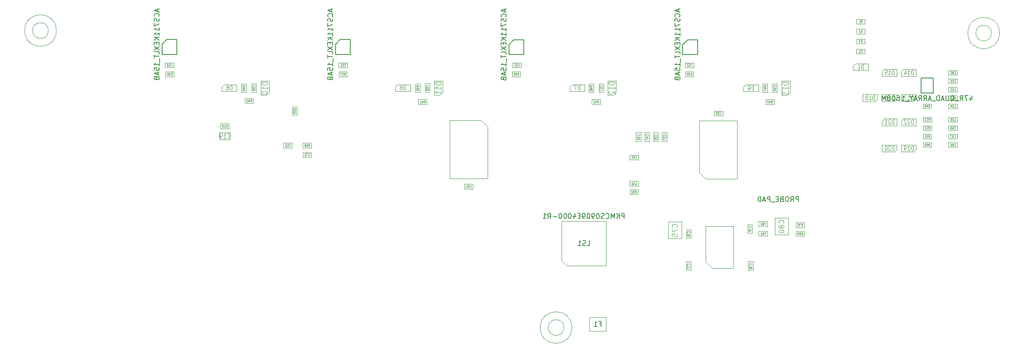
<source format=gbr>
G04 #@! TF.GenerationSoftware,KiCad,Pcbnew,(5.0.0-rc2-dev-296-g4594fedc2)*
G04 #@! TF.CreationDate,2018-04-30T23:58:47+09:30*
G04 #@! TF.ProjectId,zaphod-controller,7A6170686F642D636F6E74726F6C6C65,1.0*
G04 #@! TF.SameCoordinates,Original*
G04 #@! TF.FileFunction,Other,Fab,Bot*
%FSLAX46Y46*%
G04 Gerber Fmt 4.6, Leading zero omitted, Abs format (unit mm)*
G04 Created by KiCad (PCBNEW (5.0.0-rc2-dev-296-g4594fedc2)) date 04/30/18 23:58:47*
%MOMM*%
%LPD*%
G01*
G04 APERTURE LIST*
%ADD10C,0.120000*%
%ADD11C,0.150000*%
%ADD12C,0.100000*%
%ADD13C,0.090000*%
%ADD14C,0.050000*%
G04 APERTURE END LIST*
D10*
X168005000Y-111900000D02*
X164565000Y-111900000D01*
X168005000Y-114700000D02*
X168005000Y-111900000D01*
X164565000Y-114700000D02*
X168005000Y-114700000D01*
X164565000Y-111900000D02*
X164565000Y-114700000D01*
X230500000Y-73200000D02*
X230500000Y-71800000D01*
X227500000Y-73200000D02*
X230500000Y-73200000D01*
X227500000Y-72266700D02*
X227500000Y-73200000D01*
X227966700Y-71800000D02*
X227500000Y-72266700D01*
X230500000Y-71800000D02*
X227966700Y-71800000D01*
X220790663Y-62073091D02*
X220790663Y-60673091D01*
X217790663Y-62073091D02*
X220790663Y-62073091D01*
X217790663Y-61139791D02*
X217790663Y-62073091D01*
X218257363Y-60673091D02*
X217790663Y-61139791D01*
X220790663Y-60673091D02*
X218257363Y-60673091D01*
X93500000Y-66298040D02*
X93500000Y-64898040D01*
X90500000Y-66298040D02*
X93500000Y-66298040D01*
X90500000Y-65364740D02*
X90500000Y-66298040D01*
X90966700Y-64898040D02*
X90500000Y-65364740D01*
X93500000Y-64898040D02*
X90966700Y-64898040D01*
X163700000Y-66300000D02*
X163700000Y-64900000D01*
X160700000Y-66300000D02*
X163700000Y-66300000D01*
X160700000Y-65366700D02*
X160700000Y-66300000D01*
X161166700Y-64900000D02*
X160700000Y-65366700D01*
X163700000Y-64900000D02*
X161166700Y-64900000D01*
X128500000Y-66300000D02*
X128500000Y-64900000D01*
X125500000Y-66300000D02*
X128500000Y-66300000D01*
X125500000Y-65366700D02*
X125500000Y-66300000D01*
X125966700Y-64900000D02*
X125500000Y-65366700D01*
X128500000Y-64900000D02*
X125966700Y-64900000D01*
X198700000Y-66300000D02*
X198700000Y-64900000D01*
X195700000Y-66300000D02*
X198700000Y-66300000D01*
X195700000Y-65366700D02*
X195700000Y-66300000D01*
X196166700Y-64900000D02*
X195700000Y-65366700D01*
X198700000Y-64900000D02*
X196166700Y-64900000D01*
X230500000Y-63200000D02*
X230500000Y-61800000D01*
X227500000Y-63200000D02*
X230500000Y-63200000D01*
X227500000Y-62266700D02*
X227500000Y-63200000D01*
X227966700Y-61800000D02*
X227500000Y-62266700D01*
X230500000Y-61800000D02*
X227966700Y-61800000D01*
X226600000Y-63200000D02*
X226600000Y-61800000D01*
X223600000Y-63200000D02*
X226600000Y-63200000D01*
X223600000Y-62266700D02*
X223600000Y-63200000D01*
X224066700Y-61800000D02*
X223600000Y-62266700D01*
X226600000Y-61800000D02*
X224066700Y-61800000D01*
X223600000Y-66900000D02*
X223600000Y-68300000D01*
X226600000Y-66900000D02*
X223600000Y-66900000D01*
X226600000Y-67833300D02*
X226600000Y-66900000D01*
X226133300Y-68300000D02*
X226600000Y-67833300D01*
X223600000Y-68300000D02*
X226133300Y-68300000D01*
X227500000Y-66900000D02*
X227500000Y-68300000D01*
X230500000Y-66900000D02*
X227500000Y-66900000D01*
X230500000Y-67833300D02*
X230500000Y-66900000D01*
X230033300Y-68300000D02*
X230500000Y-67833300D01*
X227500000Y-68300000D02*
X230033300Y-68300000D01*
X219700000Y-66900000D02*
X219700000Y-68300000D01*
X222700000Y-66900000D02*
X219700000Y-66900000D01*
X222700000Y-67833300D02*
X222700000Y-66900000D01*
X222233300Y-68300000D02*
X222700000Y-67833300D01*
X219700000Y-68300000D02*
X222233300Y-68300000D01*
X227500000Y-77100000D02*
X227500000Y-78500000D01*
X230500000Y-77100000D02*
X227500000Y-77100000D01*
X230500000Y-78033300D02*
X230500000Y-77100000D01*
X230033300Y-78500000D02*
X230500000Y-78033300D01*
X227500000Y-78500000D02*
X230033300Y-78500000D01*
X223600000Y-77100000D02*
X223600000Y-78500000D01*
X226600000Y-77100000D02*
X223600000Y-77100000D01*
X226600000Y-78033300D02*
X226600000Y-77100000D01*
X226133300Y-78500000D02*
X226600000Y-78033300D01*
X223600000Y-78500000D02*
X226133300Y-78500000D01*
X226600000Y-73200000D02*
X226600000Y-71800000D01*
X223600000Y-73200000D02*
X226600000Y-73200000D01*
X223600000Y-72266700D02*
X223600000Y-73200000D01*
X224066700Y-71800000D02*
X223600000Y-72266700D01*
X226600000Y-71800000D02*
X224066700Y-71800000D01*
X193650000Y-93550000D02*
X188050000Y-93550000D01*
X193650000Y-102050000D02*
X193650000Y-93550000D01*
X189320000Y-102050000D02*
X193650000Y-102050000D01*
X188050000Y-100780000D02*
X189320000Y-102050000D01*
X188050000Y-93550000D02*
X188050000Y-100780000D01*
D11*
X78450000Y-56800000D02*
X79450000Y-55800000D01*
X81450000Y-55800000D02*
X79450000Y-55800000D01*
X81450000Y-58800000D02*
X81450000Y-55800000D01*
X78450000Y-58800000D02*
X81450000Y-58800000D01*
X78450000Y-56800000D02*
X78450000Y-58800000D01*
X113426700Y-56821584D02*
X114426700Y-55821584D01*
X116426700Y-55821584D02*
X114426700Y-55821584D01*
X116426700Y-58821584D02*
X116426700Y-55821584D01*
X113426700Y-58821584D02*
X116426700Y-58821584D01*
X113426700Y-56821584D02*
X113426700Y-58821584D01*
X148400000Y-56850000D02*
X149400000Y-55850000D01*
X151400000Y-55850000D02*
X149400000Y-55850000D01*
X151400000Y-58850000D02*
X151400000Y-55850000D01*
X148400000Y-58850000D02*
X151400000Y-58850000D01*
X148400000Y-56850000D02*
X148400000Y-58850000D01*
X183400000Y-56850000D02*
X184400000Y-55850000D01*
X186400000Y-55850000D02*
X184400000Y-55850000D01*
X186400000Y-58850000D02*
X186400000Y-55850000D01*
X183400000Y-58850000D02*
X186400000Y-58850000D01*
X183400000Y-56850000D02*
X183400000Y-58850000D01*
D12*
X159000000Y-92500000D02*
X159000000Y-100500000D01*
X160000000Y-101500000D02*
X168000000Y-101500000D01*
X168000000Y-101500000D02*
X168000000Y-92500000D01*
X168000000Y-92500000D02*
X159000000Y-92500000D01*
X159000000Y-100500000D02*
X160000000Y-101500000D01*
D11*
X233950000Y-63600000D02*
X233950000Y-63600000D01*
X233950000Y-66600000D02*
X233950000Y-63600000D01*
X231450000Y-66600000D02*
X233950000Y-66600000D01*
X231450000Y-63600000D02*
X231450000Y-66600000D01*
X233950000Y-63600000D02*
X231450000Y-63600000D01*
D10*
X197489146Y-94930000D02*
X197489146Y-93170000D01*
X196529146Y-94930000D02*
X197489146Y-94930000D01*
X196529146Y-93170000D02*
X196529146Y-94930000D01*
X197489146Y-93170000D02*
X196529146Y-93170000D01*
X197580000Y-100695000D02*
X196620000Y-100695000D01*
X196620000Y-100695000D02*
X196620000Y-102455000D01*
X196620000Y-102455000D02*
X197580000Y-102455000D01*
X197580000Y-102455000D02*
X197580000Y-100695000D01*
X185080000Y-102455000D02*
X185080000Y-100695000D01*
X184120000Y-102455000D02*
X185080000Y-102455000D01*
X184120000Y-100695000D02*
X184120000Y-102455000D01*
X185080000Y-100695000D02*
X184120000Y-100695000D01*
X185080000Y-94195000D02*
X184120000Y-94195000D01*
X184120000Y-94195000D02*
X184120000Y-95955000D01*
X184120000Y-95955000D02*
X185080000Y-95955000D01*
X185080000Y-95955000D02*
X185080000Y-94195000D01*
X204700000Y-95250000D02*
X204700000Y-91850000D01*
X202000000Y-95250000D02*
X204700000Y-95250000D01*
X202000000Y-91850000D02*
X202000000Y-95250000D01*
X204700000Y-91850000D02*
X202000000Y-91850000D01*
X183200000Y-92625000D02*
X180500000Y-92625000D01*
X180500000Y-92625000D02*
X180500000Y-96025000D01*
X180500000Y-96025000D02*
X183200000Y-96025000D01*
X183200000Y-96025000D02*
X183200000Y-92625000D01*
X198720000Y-93530000D02*
X200480000Y-93530000D01*
X198720000Y-92570000D02*
X198720000Y-93530000D01*
X200480000Y-92570000D02*
X198720000Y-92570000D01*
X200480000Y-93530000D02*
X200480000Y-92570000D01*
X200480000Y-95530000D02*
X200480000Y-94570000D01*
X200480000Y-94570000D02*
X198720000Y-94570000D01*
X198720000Y-94570000D02*
X198720000Y-95530000D01*
X198720000Y-95530000D02*
X200480000Y-95530000D01*
X207930000Y-94570000D02*
X206270000Y-94570000D01*
X207930000Y-95530000D02*
X207930000Y-94570000D01*
X206270000Y-95530000D02*
X207930000Y-95530000D01*
X206270000Y-94570000D02*
X206270000Y-95530000D01*
X207930000Y-92820000D02*
X206270000Y-92820000D01*
X207930000Y-93780000D02*
X207930000Y-92820000D01*
X206270000Y-93780000D02*
X207930000Y-93780000D01*
X206270000Y-92820000D02*
X206270000Y-93780000D01*
X231870000Y-69780000D02*
X233530000Y-69780000D01*
X231870000Y-68820000D02*
X231870000Y-69780000D01*
X233530000Y-68820000D02*
X231870000Y-68820000D01*
X233530000Y-69780000D02*
X233530000Y-68820000D01*
X161090000Y-114000000D02*
G75*
G03X161090000Y-114000000I-3190000J0D01*
G01*
X159490000Y-114000000D02*
G75*
G03X159490000Y-114000000I-1590000J0D01*
G01*
X108530000Y-76720000D02*
X106870000Y-76720000D01*
X108530000Y-77680000D02*
X108530000Y-76720000D01*
X106870000Y-77680000D02*
X108530000Y-77680000D01*
X106870000Y-76720000D02*
X106870000Y-77680000D01*
X220170663Y-58653091D02*
X220170663Y-57693091D01*
X220170663Y-57693091D02*
X218410663Y-57693091D01*
X218410663Y-57693091D02*
X218410663Y-58653091D01*
X218410663Y-58653091D02*
X220170663Y-58653091D01*
X92200000Y-74570000D02*
X90000000Y-74570000D01*
X92200000Y-76030000D02*
X92200000Y-74570000D01*
X90000000Y-76030000D02*
X92200000Y-76030000D01*
X90000000Y-74570000D02*
X90000000Y-76030000D01*
X177520000Y-76380000D02*
X178480000Y-76380000D01*
X178480000Y-76380000D02*
X178480000Y-74620000D01*
X178480000Y-74620000D02*
X177520000Y-74620000D01*
X177520000Y-74620000D02*
X177520000Y-76380000D01*
X179270000Y-74620000D02*
X179270000Y-76380000D01*
X180230000Y-74620000D02*
X179270000Y-74620000D01*
X180230000Y-76380000D02*
X180230000Y-74620000D01*
X179270000Y-76380000D02*
X180230000Y-76380000D01*
X172720000Y-85380000D02*
X174480000Y-85380000D01*
X172720000Y-84420000D02*
X172720000Y-85380000D01*
X174480000Y-84420000D02*
X172720000Y-84420000D01*
X174480000Y-85380000D02*
X174480000Y-84420000D01*
X172720000Y-79120000D02*
X172720000Y-80080000D01*
X172720000Y-80080000D02*
X174480000Y-80080000D01*
X174480000Y-80080000D02*
X174480000Y-79120000D01*
X174480000Y-79120000D02*
X172720000Y-79120000D01*
X174020000Y-74620000D02*
X174020000Y-76380000D01*
X174980000Y-74620000D02*
X174020000Y-74620000D01*
X174980000Y-76380000D02*
X174980000Y-74620000D01*
X174020000Y-76380000D02*
X174980000Y-76380000D01*
X175770000Y-76380000D02*
X176730000Y-76380000D01*
X176730000Y-76380000D02*
X176730000Y-74620000D01*
X176730000Y-74620000D02*
X175770000Y-74620000D01*
X175770000Y-74620000D02*
X175770000Y-76380000D01*
X80880000Y-61489027D02*
X80880000Y-60529027D01*
X80880000Y-60529027D02*
X79120000Y-60529027D01*
X79120000Y-60529027D02*
X79120000Y-61489027D01*
X79120000Y-61489027D02*
X80880000Y-61489027D01*
X114046700Y-61480000D02*
X115806700Y-61480000D01*
X114046700Y-60520000D02*
X114046700Y-61480000D01*
X115806700Y-60520000D02*
X114046700Y-60520000D01*
X115806700Y-61480000D02*
X115806700Y-60520000D01*
X150880000Y-61480000D02*
X150880000Y-60520000D01*
X150880000Y-60520000D02*
X149120000Y-60520000D01*
X149120000Y-60520000D02*
X149120000Y-61480000D01*
X149120000Y-61480000D02*
X150880000Y-61480000D01*
X183920000Y-61480000D02*
X185680000Y-61480000D01*
X183920000Y-60520000D02*
X183920000Y-61480000D01*
X185680000Y-60520000D02*
X183920000Y-60520000D01*
X185680000Y-61480000D02*
X185680000Y-60520000D01*
X141178040Y-85980000D02*
X141178040Y-85020000D01*
X141178040Y-85020000D02*
X139418040Y-85020000D01*
X139418040Y-85020000D02*
X139418040Y-85980000D01*
X139418040Y-85980000D02*
X141178040Y-85980000D01*
X191481960Y-70220000D02*
X189721960Y-70220000D01*
X191481960Y-71180000D02*
X191481960Y-70220000D01*
X189721960Y-71180000D02*
X191481960Y-71180000D01*
X189721960Y-70220000D02*
X189721960Y-71180000D01*
X97452663Y-66478040D02*
X97452663Y-64718040D01*
X96492663Y-66478040D02*
X97452663Y-66478040D01*
X96492663Y-64718040D02*
X96492663Y-66478040D01*
X97452663Y-64718040D02*
X96492663Y-64718040D01*
X167480000Y-64718040D02*
X166520000Y-64718040D01*
X166520000Y-64718040D02*
X166520000Y-66478040D01*
X166520000Y-66478040D02*
X167480000Y-66478040D01*
X167480000Y-66478040D02*
X167480000Y-64718040D01*
X132415348Y-64701696D02*
X131455348Y-64701696D01*
X131455348Y-64701696D02*
X131455348Y-66461696D01*
X131455348Y-66461696D02*
X132415348Y-66461696D01*
X132415348Y-66461696D02*
X132415348Y-64701696D01*
X202480000Y-66480000D02*
X202480000Y-64720000D01*
X201520000Y-66480000D02*
X202480000Y-66480000D01*
X201520000Y-64720000D02*
X201520000Y-66480000D01*
X202480000Y-64720000D02*
X201520000Y-64720000D01*
X237020000Y-62020000D02*
X237020000Y-62980000D01*
X237020000Y-62980000D02*
X238780000Y-62980000D01*
X238780000Y-62980000D02*
X238780000Y-62020000D01*
X238780000Y-62020000D02*
X237020000Y-62020000D01*
X238780000Y-63720000D02*
X237020000Y-63720000D01*
X238780000Y-64680000D02*
X238780000Y-63720000D01*
X237020000Y-64680000D02*
X238780000Y-64680000D01*
X237020000Y-63720000D02*
X237020000Y-64680000D01*
X237020000Y-65420000D02*
X237020000Y-66380000D01*
X237020000Y-66380000D02*
X238780000Y-66380000D01*
X238780000Y-66380000D02*
X238780000Y-65420000D01*
X238780000Y-65420000D02*
X237020000Y-65420000D01*
X238780000Y-67120000D02*
X237020000Y-67120000D01*
X238780000Y-68080000D02*
X238780000Y-67120000D01*
X237020000Y-68080000D02*
X238780000Y-68080000D01*
X237020000Y-67120000D02*
X237020000Y-68080000D01*
X237020000Y-68820000D02*
X237020000Y-69780000D01*
X237020000Y-69780000D02*
X238780000Y-69780000D01*
X238780000Y-69780000D02*
X238780000Y-68820000D01*
X238780000Y-68820000D02*
X237020000Y-68820000D01*
X236989244Y-76620000D02*
X236989244Y-77580000D01*
X236989244Y-77580000D02*
X238749244Y-77580000D01*
X238749244Y-77580000D02*
X238749244Y-76620000D01*
X238749244Y-76620000D02*
X236989244Y-76620000D01*
X238724244Y-74920000D02*
X236964244Y-74920000D01*
X238724244Y-75880000D02*
X238724244Y-74920000D01*
X236964244Y-75880000D02*
X238724244Y-75880000D01*
X236964244Y-74920000D02*
X236964244Y-75880000D01*
X236989244Y-73220000D02*
X236989244Y-74180000D01*
X236989244Y-74180000D02*
X238749244Y-74180000D01*
X238749244Y-74180000D02*
X238749244Y-73220000D01*
X238749244Y-73220000D02*
X236989244Y-73220000D01*
X238780000Y-71520000D02*
X237020000Y-71520000D01*
X238780000Y-72480000D02*
X238780000Y-71520000D01*
X237020000Y-72480000D02*
X238780000Y-72480000D01*
X237020000Y-71520000D02*
X237020000Y-72480000D01*
X108580000Y-79580000D02*
X108580000Y-78620000D01*
X108580000Y-78620000D02*
X106820000Y-78620000D01*
X106820000Y-78620000D02*
X106820000Y-79580000D01*
X106820000Y-79580000D02*
X108580000Y-79580000D01*
X98350000Y-67028040D02*
X99483300Y-67028040D01*
X99483300Y-67028040D02*
X100050000Y-66461340D01*
X100050000Y-66461340D02*
X100050000Y-64168040D01*
X100050000Y-64168040D02*
X98350000Y-64168040D01*
X98350000Y-64168040D02*
X98350000Y-67028040D01*
X133350000Y-64170000D02*
X133350000Y-67030000D01*
X135050000Y-64170000D02*
X133350000Y-64170000D01*
X135050000Y-66463300D02*
X135050000Y-64170000D01*
X134483300Y-67030000D02*
X135050000Y-66463300D01*
X133350000Y-67030000D02*
X134483300Y-67030000D01*
X168350000Y-67028040D02*
X169483300Y-67028040D01*
X169483300Y-67028040D02*
X170050000Y-66461340D01*
X170050000Y-66461340D02*
X170050000Y-64168040D01*
X170050000Y-64168040D02*
X168350000Y-64168040D01*
X168350000Y-64168040D02*
X168350000Y-67028040D01*
X203350000Y-64170000D02*
X203350000Y-67030000D01*
X205050000Y-64170000D02*
X203350000Y-64170000D01*
X205050000Y-66463300D02*
X205050000Y-64170000D01*
X204483300Y-67030000D02*
X205050000Y-66463300D01*
X203350000Y-67030000D02*
X204483300Y-67030000D01*
X57166952Y-54000000D02*
G75*
G03X57166952Y-54000000I-3190000J0D01*
G01*
X55566952Y-54000000D02*
G75*
G03X55566952Y-54000000I-1590000J0D01*
G01*
X247290000Y-54500000D02*
G75*
G03X247290000Y-54500000I-3190000J0D01*
G01*
X245690000Y-54500000D02*
G75*
G03X245690000Y-54500000I-1590000J0D01*
G01*
X218460663Y-51693091D02*
X218460663Y-52653091D01*
X218460663Y-52653091D02*
X220120663Y-52653091D01*
X220120663Y-52653091D02*
X220120663Y-51693091D01*
X220120663Y-51693091D02*
X218460663Y-51693091D01*
X218460663Y-54653091D02*
X220120663Y-54653091D01*
X218460663Y-53693091D02*
X218460663Y-54653091D01*
X220120663Y-53693091D02*
X218460663Y-53693091D01*
X220120663Y-54653091D02*
X220120663Y-53693091D01*
X218460663Y-55693091D02*
X218460663Y-56653091D01*
X218460663Y-56653091D02*
X220120663Y-56653091D01*
X220120663Y-56653091D02*
X220120663Y-55693091D01*
X220120663Y-55693091D02*
X218460663Y-55693091D01*
X91930000Y-73780000D02*
X91930000Y-72820000D01*
X91930000Y-72820000D02*
X90270000Y-72820000D01*
X90270000Y-72820000D02*
X90270000Y-73780000D01*
X90270000Y-73780000D02*
X91930000Y-73780000D01*
X105680000Y-71080000D02*
X105680000Y-69420000D01*
X104720000Y-71080000D02*
X105680000Y-71080000D01*
X104720000Y-69420000D02*
X104720000Y-71080000D01*
X105680000Y-69420000D02*
X104720000Y-69420000D01*
X172770000Y-86120000D02*
X172770000Y-87080000D01*
X172770000Y-87080000D02*
X174430000Y-87080000D01*
X174430000Y-87080000D02*
X174430000Y-86120000D01*
X174430000Y-86120000D02*
X172770000Y-86120000D01*
X79170000Y-63280000D02*
X80830000Y-63280000D01*
X79170000Y-62320000D02*
X79170000Y-63280000D01*
X80830000Y-62320000D02*
X79170000Y-62320000D01*
X80830000Y-63280000D02*
X80830000Y-62320000D01*
X115756700Y-63280000D02*
X115756700Y-62320000D01*
X115756700Y-62320000D02*
X114096700Y-62320000D01*
X114096700Y-62320000D02*
X114096700Y-63280000D01*
X114096700Y-63280000D02*
X115756700Y-63280000D01*
X149070000Y-63280000D02*
X150730000Y-63280000D01*
X149070000Y-62320000D02*
X149070000Y-63280000D01*
X150730000Y-62320000D02*
X149070000Y-62320000D01*
X150730000Y-63280000D02*
X150730000Y-62320000D01*
X185630000Y-63280000D02*
X185630000Y-62320000D01*
X185630000Y-62320000D02*
X183970000Y-62320000D01*
X183970000Y-62320000D02*
X183970000Y-63280000D01*
X183970000Y-63280000D02*
X185630000Y-63280000D01*
X96830000Y-68680000D02*
X96830000Y-67720000D01*
X96830000Y-67720000D02*
X95170000Y-67720000D01*
X95170000Y-67720000D02*
X95170000Y-68680000D01*
X95170000Y-68680000D02*
X96830000Y-68680000D01*
X131830000Y-68880000D02*
X131830000Y-67920000D01*
X131830000Y-67920000D02*
X130170000Y-67920000D01*
X130170000Y-67920000D02*
X130170000Y-68880000D01*
X130170000Y-68880000D02*
X131830000Y-68880000D01*
X165142663Y-68880000D02*
X166802663Y-68880000D01*
X165142663Y-67920000D02*
X165142663Y-68880000D01*
X166802663Y-67920000D02*
X165142663Y-67920000D01*
X166802663Y-68880000D02*
X166802663Y-67920000D01*
X201830000Y-68880000D02*
X201830000Y-67920000D01*
X201830000Y-67920000D02*
X200170000Y-67920000D01*
X200170000Y-67920000D02*
X200170000Y-68880000D01*
X200170000Y-68880000D02*
X201830000Y-68880000D01*
X95452663Y-66453040D02*
X95452663Y-64793040D01*
X94492663Y-66453040D02*
X95452663Y-66453040D01*
X94492663Y-64793040D02*
X94492663Y-66453040D01*
X95452663Y-64793040D02*
X94492663Y-64793040D01*
X130480000Y-64770000D02*
X129520000Y-64770000D01*
X129520000Y-64770000D02*
X129520000Y-66430000D01*
X129520000Y-66430000D02*
X130480000Y-66430000D01*
X130480000Y-66430000D02*
X130480000Y-64770000D01*
X165452663Y-66428040D02*
X165452663Y-64768040D01*
X164492663Y-66428040D02*
X165452663Y-66428040D01*
X164492663Y-64768040D02*
X164492663Y-66428040D01*
X165452663Y-64768040D02*
X164492663Y-64768040D01*
X200535413Y-64770000D02*
X199575413Y-64770000D01*
X199575413Y-64770000D02*
X199575413Y-66430000D01*
X199575413Y-66430000D02*
X200535413Y-66430000D01*
X200535413Y-66430000D02*
X200535413Y-64770000D01*
X233530000Y-77580000D02*
X233530000Y-76620000D01*
X233530000Y-76620000D02*
X231870000Y-76620000D01*
X231870000Y-76620000D02*
X231870000Y-77580000D01*
X231870000Y-77580000D02*
X233530000Y-77580000D01*
X231870000Y-75880000D02*
X233530000Y-75880000D01*
X231870000Y-74920000D02*
X231870000Y-75880000D01*
X233530000Y-74920000D02*
X231870000Y-74920000D01*
X233530000Y-75880000D02*
X233530000Y-74920000D01*
X231914244Y-74180000D02*
X233574244Y-74180000D01*
X231914244Y-73220000D02*
X231914244Y-74180000D01*
X233574244Y-73220000D02*
X231914244Y-73220000D01*
X233574244Y-74180000D02*
X233574244Y-73220000D01*
X231914244Y-72480000D02*
X233574244Y-72480000D01*
X231914244Y-71520000D02*
X231914244Y-72480000D01*
X233574244Y-71520000D02*
X231914244Y-71520000D01*
X233574244Y-72480000D02*
X233574244Y-71520000D01*
X136498040Y-83907337D02*
X144098040Y-83907337D01*
X136498040Y-72147337D02*
X136498040Y-83907337D01*
X142828040Y-72147337D02*
X136498040Y-72147337D01*
X144098040Y-73417337D02*
X142828040Y-72147337D01*
X144098040Y-83907337D02*
X144098040Y-73417337D01*
X186801960Y-72192663D02*
X186801960Y-82682663D01*
X186801960Y-82682663D02*
X188071960Y-83952663D01*
X188071960Y-83952663D02*
X194401960Y-83952663D01*
X194401960Y-83952663D02*
X194401960Y-72192663D01*
X194401960Y-72192663D02*
X186801960Y-72192663D01*
X102970000Y-76720000D02*
X102970000Y-77680000D01*
X102970000Y-77680000D02*
X104630000Y-77680000D01*
X104630000Y-77680000D02*
X104630000Y-76720000D01*
X104630000Y-76720000D02*
X102970000Y-76720000D01*
D11*
X206747619Y-88552380D02*
X206747619Y-87552380D01*
X206366666Y-87552380D01*
X206271428Y-87600000D01*
X206223809Y-87647619D01*
X206176190Y-87742857D01*
X206176190Y-87885714D01*
X206223809Y-87980952D01*
X206271428Y-88028571D01*
X206366666Y-88076190D01*
X206747619Y-88076190D01*
X205176190Y-88552380D02*
X205509523Y-88076190D01*
X205747619Y-88552380D02*
X205747619Y-87552380D01*
X205366666Y-87552380D01*
X205271428Y-87600000D01*
X205223809Y-87647619D01*
X205176190Y-87742857D01*
X205176190Y-87885714D01*
X205223809Y-87980952D01*
X205271428Y-88028571D01*
X205366666Y-88076190D01*
X205747619Y-88076190D01*
X204557142Y-87552380D02*
X204366666Y-87552380D01*
X204271428Y-87600000D01*
X204176190Y-87695238D01*
X204128571Y-87885714D01*
X204128571Y-88219047D01*
X204176190Y-88409523D01*
X204271428Y-88504761D01*
X204366666Y-88552380D01*
X204557142Y-88552380D01*
X204652380Y-88504761D01*
X204747619Y-88409523D01*
X204795238Y-88219047D01*
X204795238Y-87885714D01*
X204747619Y-87695238D01*
X204652380Y-87600000D01*
X204557142Y-87552380D01*
X203366666Y-88028571D02*
X203223809Y-88076190D01*
X203176190Y-88123809D01*
X203128571Y-88219047D01*
X203128571Y-88361904D01*
X203176190Y-88457142D01*
X203223809Y-88504761D01*
X203319047Y-88552380D01*
X203700000Y-88552380D01*
X203700000Y-87552380D01*
X203366666Y-87552380D01*
X203271428Y-87600000D01*
X203223809Y-87647619D01*
X203176190Y-87742857D01*
X203176190Y-87838095D01*
X203223809Y-87933333D01*
X203271428Y-87980952D01*
X203366666Y-88028571D01*
X203700000Y-88028571D01*
X202700000Y-88028571D02*
X202366666Y-88028571D01*
X202223809Y-88552380D02*
X202700000Y-88552380D01*
X202700000Y-87552380D01*
X202223809Y-87552380D01*
X202033333Y-88647619D02*
X201271428Y-88647619D01*
X201033333Y-88552380D02*
X201033333Y-87552380D01*
X200652380Y-87552380D01*
X200557142Y-87600000D01*
X200509523Y-87647619D01*
X200461904Y-87742857D01*
X200461904Y-87885714D01*
X200509523Y-87980952D01*
X200557142Y-88028571D01*
X200652380Y-88076190D01*
X201033333Y-88076190D01*
X200080952Y-88266666D02*
X199604761Y-88266666D01*
X200176190Y-88552380D02*
X199842857Y-87552380D01*
X199509523Y-88552380D01*
X199176190Y-88552380D02*
X199176190Y-87552380D01*
X198938095Y-87552380D01*
X198795238Y-87600000D01*
X198700000Y-87695238D01*
X198652380Y-87790476D01*
X198604761Y-87980952D01*
X198604761Y-88123809D01*
X198652380Y-88314285D01*
X198700000Y-88409523D01*
X198795238Y-88504761D01*
X198938095Y-88552380D01*
X199176190Y-88552380D01*
X166618333Y-113228571D02*
X166951666Y-113228571D01*
X166951666Y-113752380D02*
X166951666Y-112752380D01*
X166475476Y-112752380D01*
X165570714Y-113752380D02*
X166142142Y-113752380D01*
X165856428Y-113752380D02*
X165856428Y-112752380D01*
X165951666Y-112895238D01*
X166046904Y-112990476D01*
X166142142Y-113038095D01*
D13*
X229893714Y-72916190D02*
X229893714Y-71996190D01*
X229718476Y-71996190D01*
X229613333Y-72040000D01*
X229543238Y-72127619D01*
X229508190Y-72215238D01*
X229473142Y-72390476D01*
X229473142Y-72521904D01*
X229508190Y-72697142D01*
X229543238Y-72784761D01*
X229613333Y-72872380D01*
X229718476Y-72916190D01*
X229893714Y-72916190D01*
X229192761Y-72083809D02*
X229157714Y-72040000D01*
X229087619Y-71996190D01*
X228912380Y-71996190D01*
X228842285Y-72040000D01*
X228807238Y-72083809D01*
X228772190Y-72171428D01*
X228772190Y-72259047D01*
X228807238Y-72390476D01*
X229227809Y-72916190D01*
X228772190Y-72916190D01*
X228491809Y-72083809D02*
X228456761Y-72040000D01*
X228386666Y-71996190D01*
X228211428Y-71996190D01*
X228141333Y-72040000D01*
X228106285Y-72083809D01*
X228071238Y-72171428D01*
X228071238Y-72259047D01*
X228106285Y-72390476D01*
X228526857Y-72916190D01*
X228071238Y-72916190D01*
X219833901Y-61789281D02*
X219833901Y-60869281D01*
X219658663Y-60869281D01*
X219553520Y-60913091D01*
X219483424Y-61000710D01*
X219448377Y-61088329D01*
X219413329Y-61263567D01*
X219413329Y-61394995D01*
X219448377Y-61570233D01*
X219483424Y-61657852D01*
X219553520Y-61745471D01*
X219658663Y-61789281D01*
X219833901Y-61789281D01*
X218712377Y-61789281D02*
X219132948Y-61789281D01*
X218922663Y-61789281D02*
X218922663Y-60869281D01*
X218992758Y-61000710D01*
X219062853Y-61088329D01*
X219132948Y-61132138D01*
X92543238Y-66014230D02*
X92543238Y-65094230D01*
X92368000Y-65094230D01*
X92262857Y-65138040D01*
X92192761Y-65225659D01*
X92157714Y-65313278D01*
X92122666Y-65488516D01*
X92122666Y-65619944D01*
X92157714Y-65795182D01*
X92192761Y-65882801D01*
X92262857Y-65970420D01*
X92368000Y-66014230D01*
X92543238Y-66014230D01*
X91491809Y-65094230D02*
X91632000Y-65094230D01*
X91702095Y-65138040D01*
X91737142Y-65181849D01*
X91807238Y-65313278D01*
X91842285Y-65488516D01*
X91842285Y-65838992D01*
X91807238Y-65926611D01*
X91772190Y-65970420D01*
X91702095Y-66014230D01*
X91561904Y-66014230D01*
X91491809Y-65970420D01*
X91456761Y-65926611D01*
X91421714Y-65838992D01*
X91421714Y-65619944D01*
X91456761Y-65532325D01*
X91491809Y-65488516D01*
X91561904Y-65444706D01*
X91702095Y-65444706D01*
X91772190Y-65488516D01*
X91807238Y-65532325D01*
X91842285Y-65619944D01*
X162743238Y-66016190D02*
X162743238Y-65096190D01*
X162568000Y-65096190D01*
X162462857Y-65140000D01*
X162392761Y-65227619D01*
X162357714Y-65315238D01*
X162322666Y-65490476D01*
X162322666Y-65621904D01*
X162357714Y-65797142D01*
X162392761Y-65884761D01*
X162462857Y-65972380D01*
X162568000Y-66016190D01*
X162743238Y-66016190D01*
X162077333Y-65096190D02*
X161586666Y-65096190D01*
X161902095Y-66016190D01*
X127543238Y-66016190D02*
X127543238Y-65096190D01*
X127368000Y-65096190D01*
X127262857Y-65140000D01*
X127192761Y-65227619D01*
X127157714Y-65315238D01*
X127122666Y-65490476D01*
X127122666Y-65621904D01*
X127157714Y-65797142D01*
X127192761Y-65884761D01*
X127262857Y-65972380D01*
X127368000Y-66016190D01*
X127543238Y-66016190D01*
X126702095Y-65490476D02*
X126772190Y-65446666D01*
X126807238Y-65402857D01*
X126842285Y-65315238D01*
X126842285Y-65271428D01*
X126807238Y-65183809D01*
X126772190Y-65140000D01*
X126702095Y-65096190D01*
X126561904Y-65096190D01*
X126491809Y-65140000D01*
X126456761Y-65183809D01*
X126421714Y-65271428D01*
X126421714Y-65315238D01*
X126456761Y-65402857D01*
X126491809Y-65446666D01*
X126561904Y-65490476D01*
X126702095Y-65490476D01*
X126772190Y-65534285D01*
X126807238Y-65578095D01*
X126842285Y-65665714D01*
X126842285Y-65840952D01*
X126807238Y-65928571D01*
X126772190Y-65972380D01*
X126702095Y-66016190D01*
X126561904Y-66016190D01*
X126491809Y-65972380D01*
X126456761Y-65928571D01*
X126421714Y-65840952D01*
X126421714Y-65665714D01*
X126456761Y-65578095D01*
X126491809Y-65534285D01*
X126561904Y-65490476D01*
X197743238Y-66016190D02*
X197743238Y-65096190D01*
X197568000Y-65096190D01*
X197462857Y-65140000D01*
X197392761Y-65227619D01*
X197357714Y-65315238D01*
X197322666Y-65490476D01*
X197322666Y-65621904D01*
X197357714Y-65797142D01*
X197392761Y-65884761D01*
X197462857Y-65972380D01*
X197568000Y-66016190D01*
X197743238Y-66016190D01*
X196972190Y-66016190D02*
X196832000Y-66016190D01*
X196761904Y-65972380D01*
X196726857Y-65928571D01*
X196656761Y-65797142D01*
X196621714Y-65621904D01*
X196621714Y-65271428D01*
X196656761Y-65183809D01*
X196691809Y-65140000D01*
X196761904Y-65096190D01*
X196902095Y-65096190D01*
X196972190Y-65140000D01*
X197007238Y-65183809D01*
X197042285Y-65271428D01*
X197042285Y-65490476D01*
X197007238Y-65578095D01*
X196972190Y-65621904D01*
X196902095Y-65665714D01*
X196761904Y-65665714D01*
X196691809Y-65621904D01*
X196656761Y-65578095D01*
X196621714Y-65490476D01*
X229893714Y-62916190D02*
X229893714Y-61996190D01*
X229718476Y-61996190D01*
X229613333Y-62040000D01*
X229543238Y-62127619D01*
X229508190Y-62215238D01*
X229473142Y-62390476D01*
X229473142Y-62521904D01*
X229508190Y-62697142D01*
X229543238Y-62784761D01*
X229613333Y-62872380D01*
X229718476Y-62916190D01*
X229893714Y-62916190D01*
X228772190Y-62916190D02*
X229192761Y-62916190D01*
X228982476Y-62916190D02*
X228982476Y-61996190D01*
X229052571Y-62127619D01*
X229122666Y-62215238D01*
X229192761Y-62259047D01*
X228141333Y-62302857D02*
X228141333Y-62916190D01*
X228316571Y-61952380D02*
X228491809Y-62609523D01*
X228036190Y-62609523D01*
X225993714Y-62916190D02*
X225993714Y-61996190D01*
X225818476Y-61996190D01*
X225713333Y-62040000D01*
X225643238Y-62127619D01*
X225608190Y-62215238D01*
X225573142Y-62390476D01*
X225573142Y-62521904D01*
X225608190Y-62697142D01*
X225643238Y-62784761D01*
X225713333Y-62872380D01*
X225818476Y-62916190D01*
X225993714Y-62916190D01*
X224872190Y-62916190D02*
X225292761Y-62916190D01*
X225082476Y-62916190D02*
X225082476Y-61996190D01*
X225152571Y-62127619D01*
X225222666Y-62215238D01*
X225292761Y-62259047D01*
X224206285Y-61996190D02*
X224556761Y-61996190D01*
X224591809Y-62434285D01*
X224556761Y-62390476D01*
X224486666Y-62346666D01*
X224311428Y-62346666D01*
X224241333Y-62390476D01*
X224206285Y-62434285D01*
X224171238Y-62521904D01*
X224171238Y-62740952D01*
X224206285Y-62828571D01*
X224241333Y-62872380D01*
X224311428Y-62916190D01*
X224486666Y-62916190D01*
X224556761Y-62872380D01*
X224591809Y-62828571D01*
X225993714Y-68016190D02*
X225993714Y-67096190D01*
X225818476Y-67096190D01*
X225713333Y-67140000D01*
X225643238Y-67227619D01*
X225608190Y-67315238D01*
X225573142Y-67490476D01*
X225573142Y-67621904D01*
X225608190Y-67797142D01*
X225643238Y-67884761D01*
X225713333Y-67972380D01*
X225818476Y-68016190D01*
X225993714Y-68016190D01*
X224872190Y-68016190D02*
X225292761Y-68016190D01*
X225082476Y-68016190D02*
X225082476Y-67096190D01*
X225152571Y-67227619D01*
X225222666Y-67315238D01*
X225292761Y-67359047D01*
X224241333Y-67096190D02*
X224381523Y-67096190D01*
X224451619Y-67140000D01*
X224486666Y-67183809D01*
X224556761Y-67315238D01*
X224591809Y-67490476D01*
X224591809Y-67840952D01*
X224556761Y-67928571D01*
X224521714Y-67972380D01*
X224451619Y-68016190D01*
X224311428Y-68016190D01*
X224241333Y-67972380D01*
X224206285Y-67928571D01*
X224171238Y-67840952D01*
X224171238Y-67621904D01*
X224206285Y-67534285D01*
X224241333Y-67490476D01*
X224311428Y-67446666D01*
X224451619Y-67446666D01*
X224521714Y-67490476D01*
X224556761Y-67534285D01*
X224591809Y-67621904D01*
X229893714Y-68016190D02*
X229893714Y-67096190D01*
X229718476Y-67096190D01*
X229613333Y-67140000D01*
X229543238Y-67227619D01*
X229508190Y-67315238D01*
X229473142Y-67490476D01*
X229473142Y-67621904D01*
X229508190Y-67797142D01*
X229543238Y-67884761D01*
X229613333Y-67972380D01*
X229718476Y-68016190D01*
X229893714Y-68016190D01*
X228772190Y-68016190D02*
X229192761Y-68016190D01*
X228982476Y-68016190D02*
X228982476Y-67096190D01*
X229052571Y-67227619D01*
X229122666Y-67315238D01*
X229192761Y-67359047D01*
X228526857Y-67096190D02*
X228036190Y-67096190D01*
X228351619Y-68016190D01*
X222093714Y-68016190D02*
X222093714Y-67096190D01*
X221918476Y-67096190D01*
X221813333Y-67140000D01*
X221743238Y-67227619D01*
X221708190Y-67315238D01*
X221673142Y-67490476D01*
X221673142Y-67621904D01*
X221708190Y-67797142D01*
X221743238Y-67884761D01*
X221813333Y-67972380D01*
X221918476Y-68016190D01*
X222093714Y-68016190D01*
X220972190Y-68016190D02*
X221392761Y-68016190D01*
X221182476Y-68016190D02*
X221182476Y-67096190D01*
X221252571Y-67227619D01*
X221322666Y-67315238D01*
X221392761Y-67359047D01*
X220551619Y-67490476D02*
X220621714Y-67446666D01*
X220656761Y-67402857D01*
X220691809Y-67315238D01*
X220691809Y-67271428D01*
X220656761Y-67183809D01*
X220621714Y-67140000D01*
X220551619Y-67096190D01*
X220411428Y-67096190D01*
X220341333Y-67140000D01*
X220306285Y-67183809D01*
X220271238Y-67271428D01*
X220271238Y-67315238D01*
X220306285Y-67402857D01*
X220341333Y-67446666D01*
X220411428Y-67490476D01*
X220551619Y-67490476D01*
X220621714Y-67534285D01*
X220656761Y-67578095D01*
X220691809Y-67665714D01*
X220691809Y-67840952D01*
X220656761Y-67928571D01*
X220621714Y-67972380D01*
X220551619Y-68016190D01*
X220411428Y-68016190D01*
X220341333Y-67972380D01*
X220306285Y-67928571D01*
X220271238Y-67840952D01*
X220271238Y-67665714D01*
X220306285Y-67578095D01*
X220341333Y-67534285D01*
X220411428Y-67490476D01*
X229893714Y-78216190D02*
X229893714Y-77296190D01*
X229718476Y-77296190D01*
X229613333Y-77340000D01*
X229543238Y-77427619D01*
X229508190Y-77515238D01*
X229473142Y-77690476D01*
X229473142Y-77821904D01*
X229508190Y-77997142D01*
X229543238Y-78084761D01*
X229613333Y-78172380D01*
X229718476Y-78216190D01*
X229893714Y-78216190D01*
X228772190Y-78216190D02*
X229192761Y-78216190D01*
X228982476Y-78216190D02*
X228982476Y-77296190D01*
X229052571Y-77427619D01*
X229122666Y-77515238D01*
X229192761Y-77559047D01*
X228421714Y-78216190D02*
X228281523Y-78216190D01*
X228211428Y-78172380D01*
X228176380Y-78128571D01*
X228106285Y-77997142D01*
X228071238Y-77821904D01*
X228071238Y-77471428D01*
X228106285Y-77383809D01*
X228141333Y-77340000D01*
X228211428Y-77296190D01*
X228351619Y-77296190D01*
X228421714Y-77340000D01*
X228456761Y-77383809D01*
X228491809Y-77471428D01*
X228491809Y-77690476D01*
X228456761Y-77778095D01*
X228421714Y-77821904D01*
X228351619Y-77865714D01*
X228211428Y-77865714D01*
X228141333Y-77821904D01*
X228106285Y-77778095D01*
X228071238Y-77690476D01*
X225993714Y-78216190D02*
X225993714Y-77296190D01*
X225818476Y-77296190D01*
X225713333Y-77340000D01*
X225643238Y-77427619D01*
X225608190Y-77515238D01*
X225573142Y-77690476D01*
X225573142Y-77821904D01*
X225608190Y-77997142D01*
X225643238Y-78084761D01*
X225713333Y-78172380D01*
X225818476Y-78216190D01*
X225993714Y-78216190D01*
X225292761Y-77383809D02*
X225257714Y-77340000D01*
X225187619Y-77296190D01*
X225012380Y-77296190D01*
X224942285Y-77340000D01*
X224907238Y-77383809D01*
X224872190Y-77471428D01*
X224872190Y-77559047D01*
X224907238Y-77690476D01*
X225327809Y-78216190D01*
X224872190Y-78216190D01*
X224416571Y-77296190D02*
X224346476Y-77296190D01*
X224276380Y-77340000D01*
X224241333Y-77383809D01*
X224206285Y-77471428D01*
X224171238Y-77646666D01*
X224171238Y-77865714D01*
X224206285Y-78040952D01*
X224241333Y-78128571D01*
X224276380Y-78172380D01*
X224346476Y-78216190D01*
X224416571Y-78216190D01*
X224486666Y-78172380D01*
X224521714Y-78128571D01*
X224556761Y-78040952D01*
X224591809Y-77865714D01*
X224591809Y-77646666D01*
X224556761Y-77471428D01*
X224521714Y-77383809D01*
X224486666Y-77340000D01*
X224416571Y-77296190D01*
X225993714Y-72916190D02*
X225993714Y-71996190D01*
X225818476Y-71996190D01*
X225713333Y-72040000D01*
X225643238Y-72127619D01*
X225608190Y-72215238D01*
X225573142Y-72390476D01*
X225573142Y-72521904D01*
X225608190Y-72697142D01*
X225643238Y-72784761D01*
X225713333Y-72872380D01*
X225818476Y-72916190D01*
X225993714Y-72916190D01*
X225292761Y-72083809D02*
X225257714Y-72040000D01*
X225187619Y-71996190D01*
X225012380Y-71996190D01*
X224942285Y-72040000D01*
X224907238Y-72083809D01*
X224872190Y-72171428D01*
X224872190Y-72259047D01*
X224907238Y-72390476D01*
X225327809Y-72916190D01*
X224872190Y-72916190D01*
X224171238Y-72916190D02*
X224591809Y-72916190D01*
X224381523Y-72916190D02*
X224381523Y-71996190D01*
X224451619Y-72127619D01*
X224521714Y-72215238D01*
X224591809Y-72259047D01*
D11*
X77616666Y-49680952D02*
X77616666Y-50157142D01*
X77902380Y-49585714D02*
X76902380Y-49919047D01*
X77902380Y-50252380D01*
X77807142Y-51157142D02*
X77854761Y-51109523D01*
X77902380Y-50966666D01*
X77902380Y-50871428D01*
X77854761Y-50728571D01*
X77759523Y-50633333D01*
X77664285Y-50585714D01*
X77473809Y-50538095D01*
X77330952Y-50538095D01*
X77140476Y-50585714D01*
X77045238Y-50633333D01*
X76950000Y-50728571D01*
X76902380Y-50871428D01*
X76902380Y-50966666D01*
X76950000Y-51109523D01*
X76997619Y-51157142D01*
X77854761Y-51538095D02*
X77902380Y-51680952D01*
X77902380Y-51919047D01*
X77854761Y-52014285D01*
X77807142Y-52061904D01*
X77711904Y-52109523D01*
X77616666Y-52109523D01*
X77521428Y-52061904D01*
X77473809Y-52014285D01*
X77426190Y-51919047D01*
X77378571Y-51728571D01*
X77330952Y-51633333D01*
X77283333Y-51585714D01*
X77188095Y-51538095D01*
X77092857Y-51538095D01*
X76997619Y-51585714D01*
X76950000Y-51633333D01*
X76902380Y-51728571D01*
X76902380Y-51966666D01*
X76950000Y-52109523D01*
X76902380Y-52442857D02*
X76902380Y-53109523D01*
X77902380Y-52680952D01*
X77902380Y-54014285D02*
X77902380Y-53442857D01*
X77902380Y-53728571D02*
X76902380Y-53728571D01*
X77045238Y-53633333D01*
X77140476Y-53538095D01*
X77188095Y-53442857D01*
X77902380Y-54966666D02*
X77902380Y-54395238D01*
X77902380Y-54680952D02*
X76902380Y-54680952D01*
X77045238Y-54585714D01*
X77140476Y-54490476D01*
X77188095Y-54395238D01*
X77902380Y-55395238D02*
X76902380Y-55395238D01*
X77902380Y-55966666D02*
X77330952Y-55538095D01*
X76902380Y-55966666D02*
X77473809Y-55395238D01*
X77378571Y-56395238D02*
X77378571Y-56728571D01*
X77902380Y-56871428D02*
X77902380Y-56395238D01*
X76902380Y-56395238D01*
X76902380Y-56871428D01*
X76902380Y-57204761D02*
X77902380Y-57871428D01*
X76902380Y-57871428D02*
X77902380Y-57204761D01*
X77902380Y-58728571D02*
X77902380Y-58252380D01*
X76902380Y-58252380D01*
X76902380Y-58919047D02*
X76902380Y-59490476D01*
X77902380Y-59204761D02*
X76902380Y-59204761D01*
X77997619Y-59585714D02*
X77997619Y-60347619D01*
X77902380Y-61109523D02*
X77902380Y-60538095D01*
X77902380Y-60823809D02*
X76902380Y-60823809D01*
X77045238Y-60728571D01*
X77140476Y-60633333D01*
X77188095Y-60538095D01*
X76902380Y-62014285D02*
X76902380Y-61538095D01*
X77378571Y-61490476D01*
X77330952Y-61538095D01*
X77283333Y-61633333D01*
X77283333Y-61871428D01*
X77330952Y-61966666D01*
X77378571Y-62014285D01*
X77473809Y-62061904D01*
X77711904Y-62061904D01*
X77807142Y-62014285D01*
X77854761Y-61966666D01*
X77902380Y-61871428D01*
X77902380Y-61633333D01*
X77854761Y-61538095D01*
X77807142Y-61490476D01*
X77616666Y-62442857D02*
X77616666Y-62919047D01*
X77902380Y-62347619D02*
X76902380Y-62680952D01*
X77902380Y-63014285D01*
X77378571Y-63680952D02*
X77426190Y-63823809D01*
X77473809Y-63871428D01*
X77569047Y-63919047D01*
X77711904Y-63919047D01*
X77807142Y-63871428D01*
X77854761Y-63823809D01*
X77902380Y-63728571D01*
X77902380Y-63347619D01*
X76902380Y-63347619D01*
X76902380Y-63680952D01*
X76950000Y-63776190D01*
X76997619Y-63823809D01*
X77092857Y-63871428D01*
X77188095Y-63871428D01*
X77283333Y-63823809D01*
X77330952Y-63776190D01*
X77378571Y-63680952D01*
X77378571Y-63347619D01*
X112593366Y-49702536D02*
X112593366Y-50178726D01*
X112879080Y-49607298D02*
X111879080Y-49940631D01*
X112879080Y-50273964D01*
X112783842Y-51178726D02*
X112831461Y-51131107D01*
X112879080Y-50988250D01*
X112879080Y-50893012D01*
X112831461Y-50750155D01*
X112736223Y-50654917D01*
X112640985Y-50607298D01*
X112450509Y-50559679D01*
X112307652Y-50559679D01*
X112117176Y-50607298D01*
X112021938Y-50654917D01*
X111926700Y-50750155D01*
X111879080Y-50893012D01*
X111879080Y-50988250D01*
X111926700Y-51131107D01*
X111974319Y-51178726D01*
X112831461Y-51559679D02*
X112879080Y-51702536D01*
X112879080Y-51940631D01*
X112831461Y-52035869D01*
X112783842Y-52083488D01*
X112688604Y-52131107D01*
X112593366Y-52131107D01*
X112498128Y-52083488D01*
X112450509Y-52035869D01*
X112402890Y-51940631D01*
X112355271Y-51750155D01*
X112307652Y-51654917D01*
X112260033Y-51607298D01*
X112164795Y-51559679D01*
X112069557Y-51559679D01*
X111974319Y-51607298D01*
X111926700Y-51654917D01*
X111879080Y-51750155D01*
X111879080Y-51988250D01*
X111926700Y-52131107D01*
X111879080Y-52464441D02*
X111879080Y-53131107D01*
X112879080Y-52702536D01*
X112879080Y-54035869D02*
X112879080Y-53464441D01*
X112879080Y-53750155D02*
X111879080Y-53750155D01*
X112021938Y-53654917D01*
X112117176Y-53559679D01*
X112164795Y-53464441D01*
X112879080Y-54988250D02*
X112879080Y-54416822D01*
X112879080Y-54702536D02*
X111879080Y-54702536D01*
X112021938Y-54607298D01*
X112117176Y-54512060D01*
X112164795Y-54416822D01*
X112879080Y-55416822D02*
X111879080Y-55416822D01*
X112879080Y-55988250D02*
X112307652Y-55559679D01*
X111879080Y-55988250D02*
X112450509Y-55416822D01*
X112355271Y-56416822D02*
X112355271Y-56750155D01*
X112879080Y-56893012D02*
X112879080Y-56416822D01*
X111879080Y-56416822D01*
X111879080Y-56893012D01*
X111879080Y-57226345D02*
X112879080Y-57893012D01*
X111879080Y-57893012D02*
X112879080Y-57226345D01*
X112879080Y-58750155D02*
X112879080Y-58273964D01*
X111879080Y-58273964D01*
X111879080Y-58940631D02*
X111879080Y-59512060D01*
X112879080Y-59226345D02*
X111879080Y-59226345D01*
X112974319Y-59607298D02*
X112974319Y-60369203D01*
X112879080Y-61131107D02*
X112879080Y-60559679D01*
X112879080Y-60845393D02*
X111879080Y-60845393D01*
X112021938Y-60750155D01*
X112117176Y-60654917D01*
X112164795Y-60559679D01*
X111879080Y-62035869D02*
X111879080Y-61559679D01*
X112355271Y-61512060D01*
X112307652Y-61559679D01*
X112260033Y-61654917D01*
X112260033Y-61893012D01*
X112307652Y-61988250D01*
X112355271Y-62035869D01*
X112450509Y-62083488D01*
X112688604Y-62083488D01*
X112783842Y-62035869D01*
X112831461Y-61988250D01*
X112879080Y-61893012D01*
X112879080Y-61654917D01*
X112831461Y-61559679D01*
X112783842Y-61512060D01*
X112593366Y-62464441D02*
X112593366Y-62940631D01*
X112879080Y-62369203D02*
X111879080Y-62702536D01*
X112879080Y-63035869D01*
X112355271Y-63702536D02*
X112402890Y-63845393D01*
X112450509Y-63893012D01*
X112545747Y-63940631D01*
X112688604Y-63940631D01*
X112783842Y-63893012D01*
X112831461Y-63845393D01*
X112879080Y-63750155D01*
X112879080Y-63369203D01*
X111879080Y-63369203D01*
X111879080Y-63702536D01*
X111926700Y-63797774D01*
X111974319Y-63845393D01*
X112069557Y-63893012D01*
X112164795Y-63893012D01*
X112260033Y-63845393D01*
X112307652Y-63797774D01*
X112355271Y-63702536D01*
X112355271Y-63369203D01*
X147566666Y-49730952D02*
X147566666Y-50207142D01*
X147852380Y-49635714D02*
X146852380Y-49969047D01*
X147852380Y-50302380D01*
X147757142Y-51207142D02*
X147804761Y-51159523D01*
X147852380Y-51016666D01*
X147852380Y-50921428D01*
X147804761Y-50778571D01*
X147709523Y-50683333D01*
X147614285Y-50635714D01*
X147423809Y-50588095D01*
X147280952Y-50588095D01*
X147090476Y-50635714D01*
X146995238Y-50683333D01*
X146900000Y-50778571D01*
X146852380Y-50921428D01*
X146852380Y-51016666D01*
X146900000Y-51159523D01*
X146947619Y-51207142D01*
X147804761Y-51588095D02*
X147852380Y-51730952D01*
X147852380Y-51969047D01*
X147804761Y-52064285D01*
X147757142Y-52111904D01*
X147661904Y-52159523D01*
X147566666Y-52159523D01*
X147471428Y-52111904D01*
X147423809Y-52064285D01*
X147376190Y-51969047D01*
X147328571Y-51778571D01*
X147280952Y-51683333D01*
X147233333Y-51635714D01*
X147138095Y-51588095D01*
X147042857Y-51588095D01*
X146947619Y-51635714D01*
X146900000Y-51683333D01*
X146852380Y-51778571D01*
X146852380Y-52016666D01*
X146900000Y-52159523D01*
X146852380Y-52492857D02*
X146852380Y-53159523D01*
X147852380Y-52730952D01*
X147852380Y-54064285D02*
X147852380Y-53492857D01*
X147852380Y-53778571D02*
X146852380Y-53778571D01*
X146995238Y-53683333D01*
X147090476Y-53588095D01*
X147138095Y-53492857D01*
X147852380Y-55016666D02*
X147852380Y-54445238D01*
X147852380Y-54730952D02*
X146852380Y-54730952D01*
X146995238Y-54635714D01*
X147090476Y-54540476D01*
X147138095Y-54445238D01*
X147852380Y-55445238D02*
X146852380Y-55445238D01*
X147852380Y-56016666D02*
X147280952Y-55588095D01*
X146852380Y-56016666D02*
X147423809Y-55445238D01*
X147328571Y-56445238D02*
X147328571Y-56778571D01*
X147852380Y-56921428D02*
X147852380Y-56445238D01*
X146852380Y-56445238D01*
X146852380Y-56921428D01*
X146852380Y-57254761D02*
X147852380Y-57921428D01*
X146852380Y-57921428D02*
X147852380Y-57254761D01*
X147852380Y-58778571D02*
X147852380Y-58302380D01*
X146852380Y-58302380D01*
X146852380Y-58969047D02*
X146852380Y-59540476D01*
X147852380Y-59254761D02*
X146852380Y-59254761D01*
X147947619Y-59635714D02*
X147947619Y-60397619D01*
X147852380Y-61159523D02*
X147852380Y-60588095D01*
X147852380Y-60873809D02*
X146852380Y-60873809D01*
X146995238Y-60778571D01*
X147090476Y-60683333D01*
X147138095Y-60588095D01*
X146852380Y-62064285D02*
X146852380Y-61588095D01*
X147328571Y-61540476D01*
X147280952Y-61588095D01*
X147233333Y-61683333D01*
X147233333Y-61921428D01*
X147280952Y-62016666D01*
X147328571Y-62064285D01*
X147423809Y-62111904D01*
X147661904Y-62111904D01*
X147757142Y-62064285D01*
X147804761Y-62016666D01*
X147852380Y-61921428D01*
X147852380Y-61683333D01*
X147804761Y-61588095D01*
X147757142Y-61540476D01*
X147566666Y-62492857D02*
X147566666Y-62969047D01*
X147852380Y-62397619D02*
X146852380Y-62730952D01*
X147852380Y-63064285D01*
X147328571Y-63730952D02*
X147376190Y-63873809D01*
X147423809Y-63921428D01*
X147519047Y-63969047D01*
X147661904Y-63969047D01*
X147757142Y-63921428D01*
X147804761Y-63873809D01*
X147852380Y-63778571D01*
X147852380Y-63397619D01*
X146852380Y-63397619D01*
X146852380Y-63730952D01*
X146900000Y-63826190D01*
X146947619Y-63873809D01*
X147042857Y-63921428D01*
X147138095Y-63921428D01*
X147233333Y-63873809D01*
X147280952Y-63826190D01*
X147328571Y-63730952D01*
X147328571Y-63397619D01*
X182566666Y-49730952D02*
X182566666Y-50207142D01*
X182852380Y-49635714D02*
X181852380Y-49969047D01*
X182852380Y-50302380D01*
X182757142Y-51207142D02*
X182804761Y-51159523D01*
X182852380Y-51016666D01*
X182852380Y-50921428D01*
X182804761Y-50778571D01*
X182709523Y-50683333D01*
X182614285Y-50635714D01*
X182423809Y-50588095D01*
X182280952Y-50588095D01*
X182090476Y-50635714D01*
X181995238Y-50683333D01*
X181900000Y-50778571D01*
X181852380Y-50921428D01*
X181852380Y-51016666D01*
X181900000Y-51159523D01*
X181947619Y-51207142D01*
X182804761Y-51588095D02*
X182852380Y-51730952D01*
X182852380Y-51969047D01*
X182804761Y-52064285D01*
X182757142Y-52111904D01*
X182661904Y-52159523D01*
X182566666Y-52159523D01*
X182471428Y-52111904D01*
X182423809Y-52064285D01*
X182376190Y-51969047D01*
X182328571Y-51778571D01*
X182280952Y-51683333D01*
X182233333Y-51635714D01*
X182138095Y-51588095D01*
X182042857Y-51588095D01*
X181947619Y-51635714D01*
X181900000Y-51683333D01*
X181852380Y-51778571D01*
X181852380Y-52016666D01*
X181900000Y-52159523D01*
X181852380Y-52492857D02*
X181852380Y-53159523D01*
X182852380Y-52730952D01*
X182852380Y-54064285D02*
X182852380Y-53492857D01*
X182852380Y-53778571D02*
X181852380Y-53778571D01*
X181995238Y-53683333D01*
X182090476Y-53588095D01*
X182138095Y-53492857D01*
X182852380Y-55016666D02*
X182852380Y-54445238D01*
X182852380Y-54730952D02*
X181852380Y-54730952D01*
X181995238Y-54635714D01*
X182090476Y-54540476D01*
X182138095Y-54445238D01*
X182852380Y-55445238D02*
X181852380Y-55445238D01*
X182852380Y-56016666D02*
X182280952Y-55588095D01*
X181852380Y-56016666D02*
X182423809Y-55445238D01*
X182328571Y-56445238D02*
X182328571Y-56778571D01*
X182852380Y-56921428D02*
X182852380Y-56445238D01*
X181852380Y-56445238D01*
X181852380Y-56921428D01*
X181852380Y-57254761D02*
X182852380Y-57921428D01*
X181852380Y-57921428D02*
X182852380Y-57254761D01*
X182852380Y-58778571D02*
X182852380Y-58302380D01*
X181852380Y-58302380D01*
X181852380Y-58969047D02*
X181852380Y-59540476D01*
X182852380Y-59254761D02*
X181852380Y-59254761D01*
X182947619Y-59635714D02*
X182947619Y-60397619D01*
X182852380Y-61159523D02*
X182852380Y-60588095D01*
X182852380Y-60873809D02*
X181852380Y-60873809D01*
X181995238Y-60778571D01*
X182090476Y-60683333D01*
X182138095Y-60588095D01*
X181852380Y-62064285D02*
X181852380Y-61588095D01*
X182328571Y-61540476D01*
X182280952Y-61588095D01*
X182233333Y-61683333D01*
X182233333Y-61921428D01*
X182280952Y-62016666D01*
X182328571Y-62064285D01*
X182423809Y-62111904D01*
X182661904Y-62111904D01*
X182757142Y-62064285D01*
X182804761Y-62016666D01*
X182852380Y-61921428D01*
X182852380Y-61683333D01*
X182804761Y-61588095D01*
X182757142Y-61540476D01*
X182566666Y-62492857D02*
X182566666Y-62969047D01*
X182852380Y-62397619D02*
X181852380Y-62730952D01*
X182852380Y-63064285D01*
X182328571Y-63730952D02*
X182376190Y-63873809D01*
X182423809Y-63921428D01*
X182519047Y-63969047D01*
X182661904Y-63969047D01*
X182757142Y-63921428D01*
X182804761Y-63873809D01*
X182852380Y-63778571D01*
X182852380Y-63397619D01*
X181852380Y-63397619D01*
X181852380Y-63730952D01*
X181900000Y-63826190D01*
X181947619Y-63873809D01*
X182042857Y-63921428D01*
X182138095Y-63921428D01*
X182233333Y-63873809D01*
X182280952Y-63826190D01*
X182328571Y-63730952D01*
X182328571Y-63397619D01*
X171666666Y-91952380D02*
X171666666Y-90952380D01*
X171285714Y-90952380D01*
X171190476Y-91000000D01*
X171142857Y-91047619D01*
X171095238Y-91142857D01*
X171095238Y-91285714D01*
X171142857Y-91380952D01*
X171190476Y-91428571D01*
X171285714Y-91476190D01*
X171666666Y-91476190D01*
X170666666Y-91952380D02*
X170666666Y-90952380D01*
X170095238Y-91952380D02*
X170523809Y-91380952D01*
X170095238Y-90952380D02*
X170666666Y-91523809D01*
X169666666Y-91952380D02*
X169666666Y-90952380D01*
X169333333Y-91666666D01*
X169000000Y-90952380D01*
X169000000Y-91952380D01*
X167952380Y-91857142D02*
X168000000Y-91904761D01*
X168142857Y-91952380D01*
X168238095Y-91952380D01*
X168380952Y-91904761D01*
X168476190Y-91809523D01*
X168523809Y-91714285D01*
X168571428Y-91523809D01*
X168571428Y-91380952D01*
X168523809Y-91190476D01*
X168476190Y-91095238D01*
X168380952Y-91000000D01*
X168238095Y-90952380D01*
X168142857Y-90952380D01*
X168000000Y-91000000D01*
X167952380Y-91047619D01*
X167571428Y-91904761D02*
X167428571Y-91952380D01*
X167190476Y-91952380D01*
X167095238Y-91904761D01*
X167047619Y-91857142D01*
X167000000Y-91761904D01*
X167000000Y-91666666D01*
X167047619Y-91571428D01*
X167095238Y-91523809D01*
X167190476Y-91476190D01*
X167380952Y-91428571D01*
X167476190Y-91380952D01*
X167523809Y-91333333D01*
X167571428Y-91238095D01*
X167571428Y-91142857D01*
X167523809Y-91047619D01*
X167476190Y-91000000D01*
X167380952Y-90952380D01*
X167142857Y-90952380D01*
X167000000Y-91000000D01*
X166380952Y-90952380D02*
X166285714Y-90952380D01*
X166190476Y-91000000D01*
X166142857Y-91047619D01*
X166095238Y-91142857D01*
X166047619Y-91333333D01*
X166047619Y-91571428D01*
X166095238Y-91761904D01*
X166142857Y-91857142D01*
X166190476Y-91904761D01*
X166285714Y-91952380D01*
X166380952Y-91952380D01*
X166476190Y-91904761D01*
X166523809Y-91857142D01*
X166571428Y-91761904D01*
X166619047Y-91571428D01*
X166619047Y-91333333D01*
X166571428Y-91142857D01*
X166523809Y-91047619D01*
X166476190Y-91000000D01*
X166380952Y-90952380D01*
X165571428Y-91952380D02*
X165380952Y-91952380D01*
X165285714Y-91904761D01*
X165238095Y-91857142D01*
X165142857Y-91714285D01*
X165095238Y-91523809D01*
X165095238Y-91142857D01*
X165142857Y-91047619D01*
X165190476Y-91000000D01*
X165285714Y-90952380D01*
X165476190Y-90952380D01*
X165571428Y-91000000D01*
X165619047Y-91047619D01*
X165666666Y-91142857D01*
X165666666Y-91380952D01*
X165619047Y-91476190D01*
X165571428Y-91523809D01*
X165476190Y-91571428D01*
X165285714Y-91571428D01*
X165190476Y-91523809D01*
X165142857Y-91476190D01*
X165095238Y-91380952D01*
X164476190Y-90952380D02*
X164380952Y-90952380D01*
X164285714Y-91000000D01*
X164238095Y-91047619D01*
X164190476Y-91142857D01*
X164142857Y-91333333D01*
X164142857Y-91571428D01*
X164190476Y-91761904D01*
X164238095Y-91857142D01*
X164285714Y-91904761D01*
X164380952Y-91952380D01*
X164476190Y-91952380D01*
X164571428Y-91904761D01*
X164619047Y-91857142D01*
X164666666Y-91761904D01*
X164714285Y-91571428D01*
X164714285Y-91333333D01*
X164666666Y-91142857D01*
X164619047Y-91047619D01*
X164571428Y-91000000D01*
X164476190Y-90952380D01*
X163666666Y-91952380D02*
X163476190Y-91952380D01*
X163380952Y-91904761D01*
X163333333Y-91857142D01*
X163238095Y-91714285D01*
X163190476Y-91523809D01*
X163190476Y-91142857D01*
X163238095Y-91047619D01*
X163285714Y-91000000D01*
X163380952Y-90952380D01*
X163571428Y-90952380D01*
X163666666Y-91000000D01*
X163714285Y-91047619D01*
X163761904Y-91142857D01*
X163761904Y-91380952D01*
X163714285Y-91476190D01*
X163666666Y-91523809D01*
X163571428Y-91571428D01*
X163380952Y-91571428D01*
X163285714Y-91523809D01*
X163238095Y-91476190D01*
X163190476Y-91380952D01*
X162761904Y-91428571D02*
X162428571Y-91428571D01*
X162285714Y-91952380D02*
X162761904Y-91952380D01*
X162761904Y-90952380D01*
X162285714Y-90952380D01*
X161428571Y-91285714D02*
X161428571Y-91952380D01*
X161666666Y-90904761D02*
X161904761Y-91619047D01*
X161285714Y-91619047D01*
X160714285Y-90952380D02*
X160619047Y-90952380D01*
X160523809Y-91000000D01*
X160476190Y-91047619D01*
X160428571Y-91142857D01*
X160380952Y-91333333D01*
X160380952Y-91571428D01*
X160428571Y-91761904D01*
X160476190Y-91857142D01*
X160523809Y-91904761D01*
X160619047Y-91952380D01*
X160714285Y-91952380D01*
X160809523Y-91904761D01*
X160857142Y-91857142D01*
X160904761Y-91761904D01*
X160952380Y-91571428D01*
X160952380Y-91333333D01*
X160904761Y-91142857D01*
X160857142Y-91047619D01*
X160809523Y-91000000D01*
X160714285Y-90952380D01*
X159761904Y-90952380D02*
X159666666Y-90952380D01*
X159571428Y-91000000D01*
X159523809Y-91047619D01*
X159476190Y-91142857D01*
X159428571Y-91333333D01*
X159428571Y-91571428D01*
X159476190Y-91761904D01*
X159523809Y-91857142D01*
X159571428Y-91904761D01*
X159666666Y-91952380D01*
X159761904Y-91952380D01*
X159857142Y-91904761D01*
X159904761Y-91857142D01*
X159952380Y-91761904D01*
X160000000Y-91571428D01*
X160000000Y-91333333D01*
X159952380Y-91142857D01*
X159904761Y-91047619D01*
X159857142Y-91000000D01*
X159761904Y-90952380D01*
X158809523Y-90952380D02*
X158714285Y-90952380D01*
X158619047Y-91000000D01*
X158571428Y-91047619D01*
X158523809Y-91142857D01*
X158476190Y-91333333D01*
X158476190Y-91571428D01*
X158523809Y-91761904D01*
X158571428Y-91857142D01*
X158619047Y-91904761D01*
X158714285Y-91952380D01*
X158809523Y-91952380D01*
X158904761Y-91904761D01*
X158952380Y-91857142D01*
X159000000Y-91761904D01*
X159047619Y-91571428D01*
X159047619Y-91333333D01*
X159000000Y-91142857D01*
X158952380Y-91047619D01*
X158904761Y-91000000D01*
X158809523Y-90952380D01*
X158047619Y-91571428D02*
X157285714Y-91571428D01*
X156238095Y-91952380D02*
X156571428Y-91476190D01*
X156809523Y-91952380D02*
X156809523Y-90952380D01*
X156428571Y-90952380D01*
X156333333Y-91000000D01*
X156285714Y-91047619D01*
X156238095Y-91142857D01*
X156238095Y-91285714D01*
X156285714Y-91380952D01*
X156333333Y-91428571D01*
X156428571Y-91476190D01*
X156809523Y-91476190D01*
X155285714Y-91952380D02*
X155857142Y-91952380D01*
X155571428Y-91952380D02*
X155571428Y-90952380D01*
X155666666Y-91095238D01*
X155761904Y-91190476D01*
X155857142Y-91238095D01*
X164142857Y-97452380D02*
X164619047Y-97452380D01*
X164619047Y-96452380D01*
X163857142Y-97404761D02*
X163714285Y-97452380D01*
X163476190Y-97452380D01*
X163380952Y-97404761D01*
X163333333Y-97357142D01*
X163285714Y-97261904D01*
X163285714Y-97166666D01*
X163333333Y-97071428D01*
X163380952Y-97023809D01*
X163476190Y-96976190D01*
X163666666Y-96928571D01*
X163761904Y-96880952D01*
X163809523Y-96833333D01*
X163857142Y-96738095D01*
X163857142Y-96642857D01*
X163809523Y-96547619D01*
X163761904Y-96500000D01*
X163666666Y-96452380D01*
X163428571Y-96452380D01*
X163285714Y-96500000D01*
X162333333Y-97452380D02*
X162904761Y-97452380D01*
X162619047Y-97452380D02*
X162619047Y-96452380D01*
X162714285Y-96595238D01*
X162809523Y-96690476D01*
X162904761Y-96738095D01*
X241366666Y-67485714D02*
X241366666Y-68152380D01*
X241604761Y-67104761D02*
X241842857Y-67819047D01*
X241223809Y-67819047D01*
X240938095Y-67152380D02*
X240271428Y-67152380D01*
X240700000Y-68152380D01*
X239319047Y-68152380D02*
X239652380Y-67676190D01*
X239890476Y-68152380D02*
X239890476Y-67152380D01*
X239509523Y-67152380D01*
X239414285Y-67200000D01*
X239366666Y-67247619D01*
X239319047Y-67342857D01*
X239319047Y-67485714D01*
X239366666Y-67580952D01*
X239414285Y-67628571D01*
X239509523Y-67676190D01*
X239890476Y-67676190D01*
X239128571Y-68247619D02*
X238366666Y-68247619D01*
X237461904Y-68247619D02*
X237557142Y-68200000D01*
X237652380Y-68104761D01*
X237795238Y-67961904D01*
X237890476Y-67914285D01*
X237985714Y-67914285D01*
X237938095Y-68152380D02*
X238033333Y-68104761D01*
X238128571Y-68009523D01*
X238176190Y-67819047D01*
X238176190Y-67485714D01*
X238128571Y-67295238D01*
X238033333Y-67200000D01*
X237938095Y-67152380D01*
X237747619Y-67152380D01*
X237652380Y-67200000D01*
X237557142Y-67295238D01*
X237509523Y-67485714D01*
X237509523Y-67819047D01*
X237557142Y-68009523D01*
X237652380Y-68104761D01*
X237747619Y-68152380D01*
X237938095Y-68152380D01*
X237080952Y-67152380D02*
X237080952Y-67961904D01*
X237033333Y-68057142D01*
X236985714Y-68104761D01*
X236890476Y-68152380D01*
X236700000Y-68152380D01*
X236604761Y-68104761D01*
X236557142Y-68057142D01*
X236509523Y-67961904D01*
X236509523Y-67152380D01*
X236080952Y-67866666D02*
X235604761Y-67866666D01*
X236176190Y-68152380D02*
X235842857Y-67152380D01*
X235509523Y-68152380D01*
X235176190Y-68152380D02*
X235176190Y-67152380D01*
X234938095Y-67152380D01*
X234795238Y-67200000D01*
X234700000Y-67295238D01*
X234652380Y-67390476D01*
X234604761Y-67580952D01*
X234604761Y-67723809D01*
X234652380Y-67914285D01*
X234700000Y-68009523D01*
X234795238Y-68104761D01*
X234938095Y-68152380D01*
X235176190Y-68152380D01*
X234414285Y-68247619D02*
X233652380Y-68247619D01*
X233461904Y-67866666D02*
X232985714Y-67866666D01*
X233557142Y-68152380D02*
X233223809Y-67152380D01*
X232890476Y-68152380D01*
X231985714Y-68152380D02*
X232319047Y-67676190D01*
X232557142Y-68152380D02*
X232557142Y-67152380D01*
X232176190Y-67152380D01*
X232080952Y-67200000D01*
X232033333Y-67247619D01*
X231985714Y-67342857D01*
X231985714Y-67485714D01*
X232033333Y-67580952D01*
X232080952Y-67628571D01*
X232176190Y-67676190D01*
X232557142Y-67676190D01*
X230985714Y-68152380D02*
X231319047Y-67676190D01*
X231557142Y-68152380D02*
X231557142Y-67152380D01*
X231176190Y-67152380D01*
X231080952Y-67200000D01*
X231033333Y-67247619D01*
X230985714Y-67342857D01*
X230985714Y-67485714D01*
X231033333Y-67580952D01*
X231080952Y-67628571D01*
X231176190Y-67676190D01*
X231557142Y-67676190D01*
X230604761Y-67866666D02*
X230128571Y-67866666D01*
X230700000Y-68152380D02*
X230366666Y-67152380D01*
X230033333Y-68152380D01*
X229509523Y-67676190D02*
X229509523Y-68152380D01*
X229842857Y-67152380D02*
X229509523Y-67676190D01*
X229176190Y-67152380D01*
X229080952Y-68247619D02*
X228319047Y-68247619D01*
X227557142Y-68152380D02*
X228128571Y-68152380D01*
X227842857Y-68152380D02*
X227842857Y-67152380D01*
X227938095Y-67295238D01*
X228033333Y-67390476D01*
X228128571Y-67438095D01*
X226700000Y-67152380D02*
X226890476Y-67152380D01*
X226985714Y-67200000D01*
X227033333Y-67247619D01*
X227128571Y-67390476D01*
X227176190Y-67580952D01*
X227176190Y-67961904D01*
X227128571Y-68057142D01*
X227080952Y-68104761D01*
X226985714Y-68152380D01*
X226795238Y-68152380D01*
X226700000Y-68104761D01*
X226652380Y-68057142D01*
X226604761Y-67961904D01*
X226604761Y-67723809D01*
X226652380Y-67628571D01*
X226700000Y-67580952D01*
X226795238Y-67533333D01*
X226985714Y-67533333D01*
X227080952Y-67580952D01*
X227128571Y-67628571D01*
X227176190Y-67723809D01*
X225985714Y-67152380D02*
X225890476Y-67152380D01*
X225795238Y-67200000D01*
X225747619Y-67247619D01*
X225700000Y-67342857D01*
X225652380Y-67533333D01*
X225652380Y-67771428D01*
X225700000Y-67961904D01*
X225747619Y-68057142D01*
X225795238Y-68104761D01*
X225890476Y-68152380D01*
X225985714Y-68152380D01*
X226080952Y-68104761D01*
X226128571Y-68057142D01*
X226176190Y-67961904D01*
X226223809Y-67771428D01*
X226223809Y-67533333D01*
X226176190Y-67342857D01*
X226128571Y-67247619D01*
X226080952Y-67200000D01*
X225985714Y-67152380D01*
X225080952Y-67580952D02*
X225176190Y-67533333D01*
X225223809Y-67485714D01*
X225271428Y-67390476D01*
X225271428Y-67342857D01*
X225223809Y-67247619D01*
X225176190Y-67200000D01*
X225080952Y-67152380D01*
X224890476Y-67152380D01*
X224795238Y-67200000D01*
X224747619Y-67247619D01*
X224700000Y-67342857D01*
X224700000Y-67390476D01*
X224747619Y-67485714D01*
X224795238Y-67533333D01*
X224890476Y-67580952D01*
X225080952Y-67580952D01*
X225176190Y-67628571D01*
X225223809Y-67676190D01*
X225271428Y-67771428D01*
X225271428Y-67961904D01*
X225223809Y-68057142D01*
X225176190Y-68104761D01*
X225080952Y-68152380D01*
X224890476Y-68152380D01*
X224795238Y-68104761D01*
X224747619Y-68057142D01*
X224700000Y-67961904D01*
X224700000Y-67771428D01*
X224747619Y-67676190D01*
X224795238Y-67628571D01*
X224890476Y-67580952D01*
X224271428Y-68152380D02*
X224271428Y-67152380D01*
X223938095Y-67866666D01*
X223604761Y-67152380D01*
X223604761Y-68152380D01*
D14*
X197187717Y-93792857D02*
X197211526Y-93773809D01*
X197235336Y-93716666D01*
X197235336Y-93678571D01*
X197211526Y-93621428D01*
X197163907Y-93583333D01*
X197116288Y-93564285D01*
X197021050Y-93545238D01*
X196949622Y-93545238D01*
X196854384Y-93564285D01*
X196806765Y-93583333D01*
X196759146Y-93621428D01*
X196735336Y-93678571D01*
X196735336Y-93716666D01*
X196759146Y-93773809D01*
X196782955Y-93792857D01*
X196735336Y-93926190D02*
X196735336Y-94192857D01*
X197235336Y-94021428D01*
X197235336Y-94364285D02*
X197235336Y-94440476D01*
X197211526Y-94478571D01*
X197187717Y-94497619D01*
X197116288Y-94535714D01*
X197021050Y-94554761D01*
X196830574Y-94554761D01*
X196782955Y-94535714D01*
X196759146Y-94516666D01*
X196735336Y-94478571D01*
X196735336Y-94402380D01*
X196759146Y-94364285D01*
X196782955Y-94345238D01*
X196830574Y-94326190D01*
X196949622Y-94326190D01*
X196997241Y-94345238D01*
X197021050Y-94364285D01*
X197044860Y-94402380D01*
X197044860Y-94478571D01*
X197021050Y-94516666D01*
X196997241Y-94535714D01*
X196949622Y-94554761D01*
X197278571Y-101317857D02*
X197302380Y-101298809D01*
X197326190Y-101241666D01*
X197326190Y-101203571D01*
X197302380Y-101146428D01*
X197254761Y-101108333D01*
X197207142Y-101089285D01*
X197111904Y-101070238D01*
X197040476Y-101070238D01*
X196945238Y-101089285D01*
X196897619Y-101108333D01*
X196850000Y-101146428D01*
X196826190Y-101203571D01*
X196826190Y-101241666D01*
X196850000Y-101298809D01*
X196873809Y-101317857D01*
X196826190Y-101451190D02*
X196826190Y-101717857D01*
X197326190Y-101546428D01*
X197040476Y-101927380D02*
X197016666Y-101889285D01*
X196992857Y-101870238D01*
X196945238Y-101851190D01*
X196921428Y-101851190D01*
X196873809Y-101870238D01*
X196850000Y-101889285D01*
X196826190Y-101927380D01*
X196826190Y-102003571D01*
X196850000Y-102041666D01*
X196873809Y-102060714D01*
X196921428Y-102079761D01*
X196945238Y-102079761D01*
X196992857Y-102060714D01*
X197016666Y-102041666D01*
X197040476Y-102003571D01*
X197040476Y-101927380D01*
X197064285Y-101889285D01*
X197088095Y-101870238D01*
X197135714Y-101851190D01*
X197230952Y-101851190D01*
X197278571Y-101870238D01*
X197302380Y-101889285D01*
X197326190Y-101927380D01*
X197326190Y-102003571D01*
X197302380Y-102041666D01*
X197278571Y-102060714D01*
X197230952Y-102079761D01*
X197135714Y-102079761D01*
X197088095Y-102060714D01*
X197064285Y-102041666D01*
X197040476Y-102003571D01*
X184778571Y-101317857D02*
X184802380Y-101298809D01*
X184826190Y-101241666D01*
X184826190Y-101203571D01*
X184802380Y-101146428D01*
X184754761Y-101108333D01*
X184707142Y-101089285D01*
X184611904Y-101070238D01*
X184540476Y-101070238D01*
X184445238Y-101089285D01*
X184397619Y-101108333D01*
X184350000Y-101146428D01*
X184326190Y-101203571D01*
X184326190Y-101241666D01*
X184350000Y-101298809D01*
X184373809Y-101317857D01*
X184326190Y-101451190D02*
X184326190Y-101717857D01*
X184826190Y-101546428D01*
X184326190Y-101832142D02*
X184326190Y-102098809D01*
X184826190Y-101927380D01*
X184778571Y-94817857D02*
X184802380Y-94798809D01*
X184826190Y-94741666D01*
X184826190Y-94703571D01*
X184802380Y-94646428D01*
X184754761Y-94608333D01*
X184707142Y-94589285D01*
X184611904Y-94570238D01*
X184540476Y-94570238D01*
X184445238Y-94589285D01*
X184397619Y-94608333D01*
X184350000Y-94646428D01*
X184326190Y-94703571D01*
X184326190Y-94741666D01*
X184350000Y-94798809D01*
X184373809Y-94817857D01*
X184326190Y-94951190D02*
X184326190Y-95217857D01*
X184826190Y-95046428D01*
X184326190Y-95541666D02*
X184326190Y-95465476D01*
X184350000Y-95427380D01*
X184373809Y-95408333D01*
X184445238Y-95370238D01*
X184540476Y-95351190D01*
X184730952Y-95351190D01*
X184778571Y-95370238D01*
X184802380Y-95389285D01*
X184826190Y-95427380D01*
X184826190Y-95503571D01*
X184802380Y-95541666D01*
X184778571Y-95560714D01*
X184730952Y-95579761D01*
X184611904Y-95579761D01*
X184564285Y-95560714D01*
X184540476Y-95541666D01*
X184516666Y-95503571D01*
X184516666Y-95427380D01*
X184540476Y-95389285D01*
X184564285Y-95370238D01*
X184611904Y-95351190D01*
D10*
X203707142Y-92907142D02*
X203754761Y-92859523D01*
X203802380Y-92716666D01*
X203802380Y-92621428D01*
X203754761Y-92478571D01*
X203659523Y-92383333D01*
X203564285Y-92335714D01*
X203373809Y-92288095D01*
X203230952Y-92288095D01*
X203040476Y-92335714D01*
X202945238Y-92383333D01*
X202850000Y-92478571D01*
X202802380Y-92621428D01*
X202802380Y-92716666D01*
X202850000Y-92859523D01*
X202897619Y-92907142D01*
X203230952Y-93478571D02*
X203183333Y-93383333D01*
X203135714Y-93335714D01*
X203040476Y-93288095D01*
X202992857Y-93288095D01*
X202897619Y-93335714D01*
X202850000Y-93383333D01*
X202802380Y-93478571D01*
X202802380Y-93669047D01*
X202850000Y-93764285D01*
X202897619Y-93811904D01*
X202992857Y-93859523D01*
X203040476Y-93859523D01*
X203135714Y-93811904D01*
X203183333Y-93764285D01*
X203230952Y-93669047D01*
X203230952Y-93478571D01*
X203278571Y-93383333D01*
X203326190Y-93335714D01*
X203421428Y-93288095D01*
X203611904Y-93288095D01*
X203707142Y-93335714D01*
X203754761Y-93383333D01*
X203802380Y-93478571D01*
X203802380Y-93669047D01*
X203754761Y-93764285D01*
X203707142Y-93811904D01*
X203611904Y-93859523D01*
X203421428Y-93859523D01*
X203326190Y-93811904D01*
X203278571Y-93764285D01*
X203230952Y-93669047D01*
X202802380Y-94478571D02*
X202802380Y-94573809D01*
X202850000Y-94669047D01*
X202897619Y-94716666D01*
X202992857Y-94764285D01*
X203183333Y-94811904D01*
X203421428Y-94811904D01*
X203611904Y-94764285D01*
X203707142Y-94716666D01*
X203754761Y-94669047D01*
X203802380Y-94573809D01*
X203802380Y-94478571D01*
X203754761Y-94383333D01*
X203707142Y-94335714D01*
X203611904Y-94288095D01*
X203421428Y-94240476D01*
X203183333Y-94240476D01*
X202992857Y-94288095D01*
X202897619Y-94335714D01*
X202850000Y-94383333D01*
X202802380Y-94478571D01*
X182207142Y-93682142D02*
X182254761Y-93634523D01*
X182302380Y-93491666D01*
X182302380Y-93396428D01*
X182254761Y-93253571D01*
X182159523Y-93158333D01*
X182064285Y-93110714D01*
X181873809Y-93063095D01*
X181730952Y-93063095D01*
X181540476Y-93110714D01*
X181445238Y-93158333D01*
X181350000Y-93253571D01*
X181302380Y-93396428D01*
X181302380Y-93491666D01*
X181350000Y-93634523D01*
X181397619Y-93682142D01*
X181302380Y-94015476D02*
X181302380Y-94682142D01*
X182302380Y-94253571D01*
X181302380Y-95539285D02*
X181302380Y-95063095D01*
X181778571Y-95015476D01*
X181730952Y-95063095D01*
X181683333Y-95158333D01*
X181683333Y-95396428D01*
X181730952Y-95491666D01*
X181778571Y-95539285D01*
X181873809Y-95586904D01*
X182111904Y-95586904D01*
X182207142Y-95539285D01*
X182254761Y-95491666D01*
X182302380Y-95396428D01*
X182302380Y-95158333D01*
X182254761Y-95063095D01*
X182207142Y-95015476D01*
D14*
X199933333Y-93014285D02*
X200066666Y-93014285D01*
X200066666Y-93276190D02*
X200066666Y-92776190D01*
X199876190Y-92776190D01*
X199590476Y-93014285D02*
X199533333Y-93038095D01*
X199514285Y-93061904D01*
X199495238Y-93109523D01*
X199495238Y-93180952D01*
X199514285Y-93228571D01*
X199533333Y-93252380D01*
X199571428Y-93276190D01*
X199723809Y-93276190D01*
X199723809Y-92776190D01*
X199590476Y-92776190D01*
X199552380Y-92800000D01*
X199533333Y-92823809D01*
X199514285Y-92871428D01*
X199514285Y-92919047D01*
X199533333Y-92966666D01*
X199552380Y-92990476D01*
X199590476Y-93014285D01*
X199723809Y-93014285D01*
X199342857Y-92823809D02*
X199323809Y-92800000D01*
X199285714Y-92776190D01*
X199190476Y-92776190D01*
X199152380Y-92800000D01*
X199133333Y-92823809D01*
X199114285Y-92871428D01*
X199114285Y-92919047D01*
X199133333Y-92990476D01*
X199361904Y-93276190D01*
X199114285Y-93276190D01*
X199933333Y-95014285D02*
X200066666Y-95014285D01*
X200066666Y-95276190D02*
X200066666Y-94776190D01*
X199876190Y-94776190D01*
X199590476Y-95014285D02*
X199533333Y-95038095D01*
X199514285Y-95061904D01*
X199495238Y-95109523D01*
X199495238Y-95180952D01*
X199514285Y-95228571D01*
X199533333Y-95252380D01*
X199571428Y-95276190D01*
X199723809Y-95276190D01*
X199723809Y-94776190D01*
X199590476Y-94776190D01*
X199552380Y-94800000D01*
X199533333Y-94823809D01*
X199514285Y-94871428D01*
X199514285Y-94919047D01*
X199533333Y-94966666D01*
X199552380Y-94990476D01*
X199590476Y-95014285D01*
X199723809Y-95014285D01*
X199114285Y-95276190D02*
X199342857Y-95276190D01*
X199228571Y-95276190D02*
X199228571Y-94776190D01*
X199266666Y-94847619D01*
X199304761Y-94895238D01*
X199342857Y-94919047D01*
X207357142Y-95276190D02*
X207490476Y-95038095D01*
X207585714Y-95276190D02*
X207585714Y-94776190D01*
X207433333Y-94776190D01*
X207395238Y-94800000D01*
X207376190Y-94823809D01*
X207357142Y-94871428D01*
X207357142Y-94942857D01*
X207376190Y-94990476D01*
X207395238Y-95014285D01*
X207433333Y-95038095D01*
X207585714Y-95038095D01*
X207014285Y-94776190D02*
X207090476Y-94776190D01*
X207128571Y-94800000D01*
X207147619Y-94823809D01*
X207185714Y-94895238D01*
X207204761Y-94990476D01*
X207204761Y-95180952D01*
X207185714Y-95228571D01*
X207166666Y-95252380D01*
X207128571Y-95276190D01*
X207052380Y-95276190D01*
X207014285Y-95252380D01*
X206995238Y-95228571D01*
X206976190Y-95180952D01*
X206976190Y-95061904D01*
X206995238Y-95014285D01*
X207014285Y-94990476D01*
X207052380Y-94966666D01*
X207128571Y-94966666D01*
X207166666Y-94990476D01*
X207185714Y-95014285D01*
X207204761Y-95061904D01*
X206785714Y-95276190D02*
X206709523Y-95276190D01*
X206671428Y-95252380D01*
X206652380Y-95228571D01*
X206614285Y-95157142D01*
X206595238Y-95061904D01*
X206595238Y-94871428D01*
X206614285Y-94823809D01*
X206633333Y-94800000D01*
X206671428Y-94776190D01*
X206747619Y-94776190D01*
X206785714Y-94800000D01*
X206804761Y-94823809D01*
X206823809Y-94871428D01*
X206823809Y-94990476D01*
X206804761Y-95038095D01*
X206785714Y-95061904D01*
X206747619Y-95085714D01*
X206671428Y-95085714D01*
X206633333Y-95061904D01*
X206614285Y-95038095D01*
X206595238Y-94990476D01*
X207357142Y-93526190D02*
X207490476Y-93288095D01*
X207585714Y-93526190D02*
X207585714Y-93026190D01*
X207433333Y-93026190D01*
X207395238Y-93050000D01*
X207376190Y-93073809D01*
X207357142Y-93121428D01*
X207357142Y-93192857D01*
X207376190Y-93240476D01*
X207395238Y-93264285D01*
X207433333Y-93288095D01*
X207585714Y-93288095D01*
X207223809Y-93026190D02*
X206957142Y-93026190D01*
X207128571Y-93526190D01*
X206728571Y-93026190D02*
X206690476Y-93026190D01*
X206652380Y-93050000D01*
X206633333Y-93073809D01*
X206614285Y-93121428D01*
X206595238Y-93216666D01*
X206595238Y-93335714D01*
X206614285Y-93430952D01*
X206633333Y-93478571D01*
X206652380Y-93502380D01*
X206690476Y-93526190D01*
X206728571Y-93526190D01*
X206766666Y-93502380D01*
X206785714Y-93478571D01*
X206804761Y-93430952D01*
X206823809Y-93335714D01*
X206823809Y-93216666D01*
X206804761Y-93121428D01*
X206785714Y-93073809D01*
X206766666Y-93050000D01*
X206728571Y-93026190D01*
X232957142Y-69526190D02*
X233090476Y-69288095D01*
X233185714Y-69526190D02*
X233185714Y-69026190D01*
X233033333Y-69026190D01*
X232995238Y-69050000D01*
X232976190Y-69073809D01*
X232957142Y-69121428D01*
X232957142Y-69192857D01*
X232976190Y-69240476D01*
X232995238Y-69264285D01*
X233033333Y-69288095D01*
X233185714Y-69288095D01*
X232614285Y-69192857D02*
X232614285Y-69526190D01*
X232709523Y-69002380D02*
X232804761Y-69359523D01*
X232557142Y-69359523D01*
X232385714Y-69526190D02*
X232309523Y-69526190D01*
X232271428Y-69502380D01*
X232252380Y-69478571D01*
X232214285Y-69407142D01*
X232195238Y-69311904D01*
X232195238Y-69121428D01*
X232214285Y-69073809D01*
X232233333Y-69050000D01*
X232271428Y-69026190D01*
X232347619Y-69026190D01*
X232385714Y-69050000D01*
X232404761Y-69073809D01*
X232423809Y-69121428D01*
X232423809Y-69240476D01*
X232404761Y-69288095D01*
X232385714Y-69311904D01*
X232347619Y-69335714D01*
X232271428Y-69335714D01*
X232233333Y-69311904D01*
X232214285Y-69288095D01*
X232195238Y-69240476D01*
X107957142Y-77426190D02*
X108090476Y-77188095D01*
X108185714Y-77426190D02*
X108185714Y-76926190D01*
X108033333Y-76926190D01*
X107995238Y-76950000D01*
X107976190Y-76973809D01*
X107957142Y-77021428D01*
X107957142Y-77092857D01*
X107976190Y-77140476D01*
X107995238Y-77164285D01*
X108033333Y-77188095D01*
X108185714Y-77188095D01*
X107595238Y-76926190D02*
X107785714Y-76926190D01*
X107804761Y-77164285D01*
X107785714Y-77140476D01*
X107747619Y-77116666D01*
X107652380Y-77116666D01*
X107614285Y-77140476D01*
X107595238Y-77164285D01*
X107576190Y-77211904D01*
X107576190Y-77330952D01*
X107595238Y-77378571D01*
X107614285Y-77402380D01*
X107652380Y-77426190D01*
X107747619Y-77426190D01*
X107785714Y-77402380D01*
X107804761Y-77378571D01*
X107347619Y-77140476D02*
X107385714Y-77116666D01*
X107404761Y-77092857D01*
X107423809Y-77045238D01*
X107423809Y-77021428D01*
X107404761Y-76973809D01*
X107385714Y-76950000D01*
X107347619Y-76926190D01*
X107271428Y-76926190D01*
X107233333Y-76950000D01*
X107214285Y-76973809D01*
X107195238Y-77021428D01*
X107195238Y-77045238D01*
X107214285Y-77092857D01*
X107233333Y-77116666D01*
X107271428Y-77140476D01*
X107347619Y-77140476D01*
X107385714Y-77164285D01*
X107404761Y-77188095D01*
X107423809Y-77235714D01*
X107423809Y-77330952D01*
X107404761Y-77378571D01*
X107385714Y-77402380D01*
X107347619Y-77426190D01*
X107271428Y-77426190D01*
X107233333Y-77402380D01*
X107214285Y-77378571D01*
X107195238Y-77330952D01*
X107195238Y-77235714D01*
X107214285Y-77188095D01*
X107233333Y-77164285D01*
X107271428Y-77140476D01*
X219357329Y-58351662D02*
X219376377Y-58375471D01*
X219433520Y-58399281D01*
X219471615Y-58399281D01*
X219528758Y-58375471D01*
X219566853Y-58327852D01*
X219585901Y-58280233D01*
X219604948Y-58184995D01*
X219604948Y-58113567D01*
X219585901Y-58018329D01*
X219566853Y-57970710D01*
X219528758Y-57923091D01*
X219471615Y-57899281D01*
X219433520Y-57899281D01*
X219376377Y-57923091D01*
X219357329Y-57946900D01*
X218976377Y-58399281D02*
X219204948Y-58399281D01*
X219090663Y-58399281D02*
X219090663Y-57899281D01*
X219128758Y-57970710D01*
X219166853Y-58018329D01*
X219204948Y-58042138D01*
D12*
X91598857Y-75646428D02*
X91635809Y-75692619D01*
X91746666Y-75738809D01*
X91820571Y-75738809D01*
X91931428Y-75692619D01*
X92005333Y-75600238D01*
X92042285Y-75507857D01*
X92079238Y-75323095D01*
X92079238Y-75184523D01*
X92042285Y-74999761D01*
X92005333Y-74907380D01*
X91931428Y-74815000D01*
X91820571Y-74768809D01*
X91746666Y-74768809D01*
X91635809Y-74815000D01*
X91598857Y-74861190D01*
X90859809Y-75738809D02*
X91303238Y-75738809D01*
X91081523Y-75738809D02*
X91081523Y-74768809D01*
X91155428Y-74907380D01*
X91229333Y-74999761D01*
X91303238Y-75045952D01*
X90490285Y-75738809D02*
X90342476Y-75738809D01*
X90268571Y-75692619D01*
X90231619Y-75646428D01*
X90157714Y-75507857D01*
X90120761Y-75323095D01*
X90120761Y-74953571D01*
X90157714Y-74861190D01*
X90194666Y-74815000D01*
X90268571Y-74768809D01*
X90416380Y-74768809D01*
X90490285Y-74815000D01*
X90527238Y-74861190D01*
X90564190Y-74953571D01*
X90564190Y-75184523D01*
X90527238Y-75276904D01*
X90490285Y-75323095D01*
X90416380Y-75369285D01*
X90268571Y-75369285D01*
X90194666Y-75323095D01*
X90157714Y-75276904D01*
X90120761Y-75184523D01*
D14*
X178178571Y-75242857D02*
X178202380Y-75223809D01*
X178226190Y-75166666D01*
X178226190Y-75128571D01*
X178202380Y-75071428D01*
X178154761Y-75033333D01*
X178107142Y-75014285D01*
X178011904Y-74995238D01*
X177940476Y-74995238D01*
X177845238Y-75014285D01*
X177797619Y-75033333D01*
X177750000Y-75071428D01*
X177726190Y-75128571D01*
X177726190Y-75166666D01*
X177750000Y-75223809D01*
X177773809Y-75242857D01*
X177726190Y-75376190D02*
X177726190Y-75623809D01*
X177916666Y-75490476D01*
X177916666Y-75547619D01*
X177940476Y-75585714D01*
X177964285Y-75604761D01*
X178011904Y-75623809D01*
X178130952Y-75623809D01*
X178178571Y-75604761D01*
X178202380Y-75585714D01*
X178226190Y-75547619D01*
X178226190Y-75433333D01*
X178202380Y-75395238D01*
X178178571Y-75376190D01*
X177726190Y-75985714D02*
X177726190Y-75795238D01*
X177964285Y-75776190D01*
X177940476Y-75795238D01*
X177916666Y-75833333D01*
X177916666Y-75928571D01*
X177940476Y-75966666D01*
X177964285Y-75985714D01*
X178011904Y-76004761D01*
X178130952Y-76004761D01*
X178178571Y-75985714D01*
X178202380Y-75966666D01*
X178226190Y-75928571D01*
X178226190Y-75833333D01*
X178202380Y-75795238D01*
X178178571Y-75776190D01*
X179928571Y-75242857D02*
X179952380Y-75223809D01*
X179976190Y-75166666D01*
X179976190Y-75128571D01*
X179952380Y-75071428D01*
X179904761Y-75033333D01*
X179857142Y-75014285D01*
X179761904Y-74995238D01*
X179690476Y-74995238D01*
X179595238Y-75014285D01*
X179547619Y-75033333D01*
X179500000Y-75071428D01*
X179476190Y-75128571D01*
X179476190Y-75166666D01*
X179500000Y-75223809D01*
X179523809Y-75242857D01*
X179476190Y-75376190D02*
X179476190Y-75623809D01*
X179666666Y-75490476D01*
X179666666Y-75547619D01*
X179690476Y-75585714D01*
X179714285Y-75604761D01*
X179761904Y-75623809D01*
X179880952Y-75623809D01*
X179928571Y-75604761D01*
X179952380Y-75585714D01*
X179976190Y-75547619D01*
X179976190Y-75433333D01*
X179952380Y-75395238D01*
X179928571Y-75376190D01*
X179476190Y-75757142D02*
X179476190Y-76023809D01*
X179976190Y-75852380D01*
X173857142Y-85078571D02*
X173876190Y-85102380D01*
X173933333Y-85126190D01*
X173971428Y-85126190D01*
X174028571Y-85102380D01*
X174066666Y-85054761D01*
X174085714Y-85007142D01*
X174104761Y-84911904D01*
X174104761Y-84840476D01*
X174085714Y-84745238D01*
X174066666Y-84697619D01*
X174028571Y-84650000D01*
X173971428Y-84626190D01*
X173933333Y-84626190D01*
X173876190Y-84650000D01*
X173857142Y-84673809D01*
X173514285Y-84792857D02*
X173514285Y-85126190D01*
X173609523Y-84602380D02*
X173704761Y-84959523D01*
X173457142Y-84959523D01*
X173228571Y-84626190D02*
X173190476Y-84626190D01*
X173152380Y-84650000D01*
X173133333Y-84673809D01*
X173114285Y-84721428D01*
X173095238Y-84816666D01*
X173095238Y-84935714D01*
X173114285Y-85030952D01*
X173133333Y-85078571D01*
X173152380Y-85102380D01*
X173190476Y-85126190D01*
X173228571Y-85126190D01*
X173266666Y-85102380D01*
X173285714Y-85078571D01*
X173304761Y-85030952D01*
X173323809Y-84935714D01*
X173323809Y-84816666D01*
X173304761Y-84721428D01*
X173285714Y-84673809D01*
X173266666Y-84650000D01*
X173228571Y-84626190D01*
X173857142Y-79778571D02*
X173876190Y-79802380D01*
X173933333Y-79826190D01*
X173971428Y-79826190D01*
X174028571Y-79802380D01*
X174066666Y-79754761D01*
X174085714Y-79707142D01*
X174104761Y-79611904D01*
X174104761Y-79540476D01*
X174085714Y-79445238D01*
X174066666Y-79397619D01*
X174028571Y-79350000D01*
X173971428Y-79326190D01*
X173933333Y-79326190D01*
X173876190Y-79350000D01*
X173857142Y-79373809D01*
X173514285Y-79492857D02*
X173514285Y-79826190D01*
X173609523Y-79302380D02*
X173704761Y-79659523D01*
X173457142Y-79659523D01*
X173095238Y-79826190D02*
X173323809Y-79826190D01*
X173209523Y-79826190D02*
X173209523Y-79326190D01*
X173247619Y-79397619D01*
X173285714Y-79445238D01*
X173323809Y-79469047D01*
X174678571Y-75242857D02*
X174702380Y-75223809D01*
X174726190Y-75166666D01*
X174726190Y-75128571D01*
X174702380Y-75071428D01*
X174654761Y-75033333D01*
X174607142Y-75014285D01*
X174511904Y-74995238D01*
X174440476Y-74995238D01*
X174345238Y-75014285D01*
X174297619Y-75033333D01*
X174250000Y-75071428D01*
X174226190Y-75128571D01*
X174226190Y-75166666D01*
X174250000Y-75223809D01*
X174273809Y-75242857D01*
X174392857Y-75585714D02*
X174726190Y-75585714D01*
X174202380Y-75490476D02*
X174559523Y-75395238D01*
X174559523Y-75642857D01*
X174226190Y-75985714D02*
X174226190Y-75795238D01*
X174464285Y-75776190D01*
X174440476Y-75795238D01*
X174416666Y-75833333D01*
X174416666Y-75928571D01*
X174440476Y-75966666D01*
X174464285Y-75985714D01*
X174511904Y-76004761D01*
X174630952Y-76004761D01*
X174678571Y-75985714D01*
X174702380Y-75966666D01*
X174726190Y-75928571D01*
X174726190Y-75833333D01*
X174702380Y-75795238D01*
X174678571Y-75776190D01*
X176428571Y-75242857D02*
X176452380Y-75223809D01*
X176476190Y-75166666D01*
X176476190Y-75128571D01*
X176452380Y-75071428D01*
X176404761Y-75033333D01*
X176357142Y-75014285D01*
X176261904Y-74995238D01*
X176190476Y-74995238D01*
X176095238Y-75014285D01*
X176047619Y-75033333D01*
X176000000Y-75071428D01*
X175976190Y-75128571D01*
X175976190Y-75166666D01*
X176000000Y-75223809D01*
X176023809Y-75242857D01*
X176142857Y-75585714D02*
X176476190Y-75585714D01*
X175952380Y-75490476D02*
X176309523Y-75395238D01*
X176309523Y-75642857D01*
X175976190Y-75757142D02*
X175976190Y-76023809D01*
X176476190Y-75852380D01*
X80257142Y-61187598D02*
X80276190Y-61211407D01*
X80333333Y-61235217D01*
X80371428Y-61235217D01*
X80428571Y-61211407D01*
X80466666Y-61163788D01*
X80485714Y-61116169D01*
X80504761Y-61020931D01*
X80504761Y-60949503D01*
X80485714Y-60854265D01*
X80466666Y-60806646D01*
X80428571Y-60759027D01*
X80371428Y-60735217D01*
X80333333Y-60735217D01*
X80276190Y-60759027D01*
X80257142Y-60782836D01*
X79895238Y-60735217D02*
X80085714Y-60735217D01*
X80104761Y-60973312D01*
X80085714Y-60949503D01*
X80047619Y-60925693D01*
X79952380Y-60925693D01*
X79914285Y-60949503D01*
X79895238Y-60973312D01*
X79876190Y-61020931D01*
X79876190Y-61139979D01*
X79895238Y-61187598D01*
X79914285Y-61211407D01*
X79952380Y-61235217D01*
X80047619Y-61235217D01*
X80085714Y-61211407D01*
X80104761Y-61187598D01*
X79628571Y-60735217D02*
X79590476Y-60735217D01*
X79552380Y-60759027D01*
X79533333Y-60782836D01*
X79514285Y-60830455D01*
X79495238Y-60925693D01*
X79495238Y-61044741D01*
X79514285Y-61139979D01*
X79533333Y-61187598D01*
X79552380Y-61211407D01*
X79590476Y-61235217D01*
X79628571Y-61235217D01*
X79666666Y-61211407D01*
X79685714Y-61187598D01*
X79704761Y-61139979D01*
X79723809Y-61044741D01*
X79723809Y-60925693D01*
X79704761Y-60830455D01*
X79685714Y-60782836D01*
X79666666Y-60759027D01*
X79628571Y-60735217D01*
X115183842Y-61178571D02*
X115202890Y-61202380D01*
X115260033Y-61226190D01*
X115298128Y-61226190D01*
X115355271Y-61202380D01*
X115393366Y-61154761D01*
X115412414Y-61107142D01*
X115431461Y-61011904D01*
X115431461Y-60940476D01*
X115412414Y-60845238D01*
X115393366Y-60797619D01*
X115355271Y-60750000D01*
X115298128Y-60726190D01*
X115260033Y-60726190D01*
X115202890Y-60750000D01*
X115183842Y-60773809D01*
X114821938Y-60726190D02*
X115012414Y-60726190D01*
X115031461Y-60964285D01*
X115012414Y-60940476D01*
X114974319Y-60916666D01*
X114879080Y-60916666D01*
X114840985Y-60940476D01*
X114821938Y-60964285D01*
X114802890Y-61011904D01*
X114802890Y-61130952D01*
X114821938Y-61178571D01*
X114840985Y-61202380D01*
X114879080Y-61226190D01*
X114974319Y-61226190D01*
X115012414Y-61202380D01*
X115031461Y-61178571D01*
X114421938Y-61226190D02*
X114650509Y-61226190D01*
X114536223Y-61226190D02*
X114536223Y-60726190D01*
X114574319Y-60797619D01*
X114612414Y-60845238D01*
X114650509Y-60869047D01*
X150257142Y-61178571D02*
X150276190Y-61202380D01*
X150333333Y-61226190D01*
X150371428Y-61226190D01*
X150428571Y-61202380D01*
X150466666Y-61154761D01*
X150485714Y-61107142D01*
X150504761Y-61011904D01*
X150504761Y-60940476D01*
X150485714Y-60845238D01*
X150466666Y-60797619D01*
X150428571Y-60750000D01*
X150371428Y-60726190D01*
X150333333Y-60726190D01*
X150276190Y-60750000D01*
X150257142Y-60773809D01*
X149895238Y-60726190D02*
X150085714Y-60726190D01*
X150104761Y-60964285D01*
X150085714Y-60940476D01*
X150047619Y-60916666D01*
X149952380Y-60916666D01*
X149914285Y-60940476D01*
X149895238Y-60964285D01*
X149876190Y-61011904D01*
X149876190Y-61130952D01*
X149895238Y-61178571D01*
X149914285Y-61202380D01*
X149952380Y-61226190D01*
X150047619Y-61226190D01*
X150085714Y-61202380D01*
X150104761Y-61178571D01*
X149723809Y-60773809D02*
X149704761Y-60750000D01*
X149666666Y-60726190D01*
X149571428Y-60726190D01*
X149533333Y-60750000D01*
X149514285Y-60773809D01*
X149495238Y-60821428D01*
X149495238Y-60869047D01*
X149514285Y-60940476D01*
X149742857Y-61226190D01*
X149495238Y-61226190D01*
X185057142Y-61178571D02*
X185076190Y-61202380D01*
X185133333Y-61226190D01*
X185171428Y-61226190D01*
X185228571Y-61202380D01*
X185266666Y-61154761D01*
X185285714Y-61107142D01*
X185304761Y-61011904D01*
X185304761Y-60940476D01*
X185285714Y-60845238D01*
X185266666Y-60797619D01*
X185228571Y-60750000D01*
X185171428Y-60726190D01*
X185133333Y-60726190D01*
X185076190Y-60750000D01*
X185057142Y-60773809D01*
X184695238Y-60726190D02*
X184885714Y-60726190D01*
X184904761Y-60964285D01*
X184885714Y-60940476D01*
X184847619Y-60916666D01*
X184752380Y-60916666D01*
X184714285Y-60940476D01*
X184695238Y-60964285D01*
X184676190Y-61011904D01*
X184676190Y-61130952D01*
X184695238Y-61178571D01*
X184714285Y-61202380D01*
X184752380Y-61226190D01*
X184847619Y-61226190D01*
X184885714Y-61202380D01*
X184904761Y-61178571D01*
X184542857Y-60726190D02*
X184295238Y-60726190D01*
X184428571Y-60916666D01*
X184371428Y-60916666D01*
X184333333Y-60940476D01*
X184314285Y-60964285D01*
X184295238Y-61011904D01*
X184295238Y-61130952D01*
X184314285Y-61178571D01*
X184333333Y-61202380D01*
X184371428Y-61226190D01*
X184485714Y-61226190D01*
X184523809Y-61202380D01*
X184542857Y-61178571D01*
X140555182Y-85678571D02*
X140574230Y-85702380D01*
X140631373Y-85726190D01*
X140669468Y-85726190D01*
X140726611Y-85702380D01*
X140764706Y-85654761D01*
X140783754Y-85607142D01*
X140802801Y-85511904D01*
X140802801Y-85440476D01*
X140783754Y-85345238D01*
X140764706Y-85297619D01*
X140726611Y-85250000D01*
X140669468Y-85226190D01*
X140631373Y-85226190D01*
X140574230Y-85250000D01*
X140555182Y-85273809D01*
X140193278Y-85226190D02*
X140383754Y-85226190D01*
X140402801Y-85464285D01*
X140383754Y-85440476D01*
X140345659Y-85416666D01*
X140250420Y-85416666D01*
X140212325Y-85440476D01*
X140193278Y-85464285D01*
X140174230Y-85511904D01*
X140174230Y-85630952D01*
X140193278Y-85678571D01*
X140212325Y-85702380D01*
X140250420Y-85726190D01*
X140345659Y-85726190D01*
X140383754Y-85702380D01*
X140402801Y-85678571D01*
X139831373Y-85392857D02*
X139831373Y-85726190D01*
X139926611Y-85202380D02*
X140021849Y-85559523D01*
X139774230Y-85559523D01*
X190859102Y-70878571D02*
X190878150Y-70902380D01*
X190935293Y-70926190D01*
X190973388Y-70926190D01*
X191030531Y-70902380D01*
X191068626Y-70854761D01*
X191087674Y-70807142D01*
X191106721Y-70711904D01*
X191106721Y-70640476D01*
X191087674Y-70545238D01*
X191068626Y-70497619D01*
X191030531Y-70450000D01*
X190973388Y-70426190D01*
X190935293Y-70426190D01*
X190878150Y-70450000D01*
X190859102Y-70473809D01*
X190497198Y-70426190D02*
X190687674Y-70426190D01*
X190706721Y-70664285D01*
X190687674Y-70640476D01*
X190649579Y-70616666D01*
X190554340Y-70616666D01*
X190516245Y-70640476D01*
X190497198Y-70664285D01*
X190478150Y-70711904D01*
X190478150Y-70830952D01*
X190497198Y-70878571D01*
X190516245Y-70902380D01*
X190554340Y-70926190D01*
X190649579Y-70926190D01*
X190687674Y-70902380D01*
X190706721Y-70878571D01*
X190116245Y-70426190D02*
X190306721Y-70426190D01*
X190325769Y-70664285D01*
X190306721Y-70640476D01*
X190268626Y-70616666D01*
X190173388Y-70616666D01*
X190135293Y-70640476D01*
X190116245Y-70664285D01*
X190097198Y-70711904D01*
X190097198Y-70830952D01*
X190116245Y-70878571D01*
X190135293Y-70902380D01*
X190173388Y-70926190D01*
X190268626Y-70926190D01*
X190306721Y-70902380D01*
X190325769Y-70878571D01*
X97151234Y-65340897D02*
X97175043Y-65321849D01*
X97198853Y-65264706D01*
X97198853Y-65226611D01*
X97175043Y-65169468D01*
X97127424Y-65131373D01*
X97079805Y-65112325D01*
X96984567Y-65093278D01*
X96913139Y-65093278D01*
X96817901Y-65112325D01*
X96770282Y-65131373D01*
X96722663Y-65169468D01*
X96698853Y-65226611D01*
X96698853Y-65264706D01*
X96722663Y-65321849D01*
X96746472Y-65340897D01*
X96698853Y-65702801D02*
X96698853Y-65512325D01*
X96936948Y-65493278D01*
X96913139Y-65512325D01*
X96889329Y-65550420D01*
X96889329Y-65645659D01*
X96913139Y-65683754D01*
X96936948Y-65702801D01*
X96984567Y-65721849D01*
X97103615Y-65721849D01*
X97151234Y-65702801D01*
X97175043Y-65683754D01*
X97198853Y-65645659D01*
X97198853Y-65550420D01*
X97175043Y-65512325D01*
X97151234Y-65493278D01*
X96698853Y-66064706D02*
X96698853Y-65988516D01*
X96722663Y-65950420D01*
X96746472Y-65931373D01*
X96817901Y-65893278D01*
X96913139Y-65874230D01*
X97103615Y-65874230D01*
X97151234Y-65893278D01*
X97175043Y-65912325D01*
X97198853Y-65950420D01*
X97198853Y-66026611D01*
X97175043Y-66064706D01*
X97151234Y-66083754D01*
X97103615Y-66102801D01*
X96984567Y-66102801D01*
X96936948Y-66083754D01*
X96913139Y-66064706D01*
X96889329Y-66026611D01*
X96889329Y-65950420D01*
X96913139Y-65912325D01*
X96936948Y-65893278D01*
X96984567Y-65874230D01*
X167178571Y-65340897D02*
X167202380Y-65321849D01*
X167226190Y-65264706D01*
X167226190Y-65226611D01*
X167202380Y-65169468D01*
X167154761Y-65131373D01*
X167107142Y-65112325D01*
X167011904Y-65093278D01*
X166940476Y-65093278D01*
X166845238Y-65112325D01*
X166797619Y-65131373D01*
X166750000Y-65169468D01*
X166726190Y-65226611D01*
X166726190Y-65264706D01*
X166750000Y-65321849D01*
X166773809Y-65340897D01*
X166726190Y-65702801D02*
X166726190Y-65512325D01*
X166964285Y-65493278D01*
X166940476Y-65512325D01*
X166916666Y-65550420D01*
X166916666Y-65645659D01*
X166940476Y-65683754D01*
X166964285Y-65702801D01*
X167011904Y-65721849D01*
X167130952Y-65721849D01*
X167178571Y-65702801D01*
X167202380Y-65683754D01*
X167226190Y-65645659D01*
X167226190Y-65550420D01*
X167202380Y-65512325D01*
X167178571Y-65493278D01*
X166726190Y-65855182D02*
X166726190Y-66121849D01*
X167226190Y-65950420D01*
X132113919Y-65324553D02*
X132137728Y-65305505D01*
X132161538Y-65248362D01*
X132161538Y-65210267D01*
X132137728Y-65153124D01*
X132090109Y-65115029D01*
X132042490Y-65095981D01*
X131947252Y-65076934D01*
X131875824Y-65076934D01*
X131780586Y-65095981D01*
X131732967Y-65115029D01*
X131685348Y-65153124D01*
X131661538Y-65210267D01*
X131661538Y-65248362D01*
X131685348Y-65305505D01*
X131709157Y-65324553D01*
X131661538Y-65686457D02*
X131661538Y-65495981D01*
X131899633Y-65476934D01*
X131875824Y-65495981D01*
X131852014Y-65534076D01*
X131852014Y-65629315D01*
X131875824Y-65667410D01*
X131899633Y-65686457D01*
X131947252Y-65705505D01*
X132066300Y-65705505D01*
X132113919Y-65686457D01*
X132137728Y-65667410D01*
X132161538Y-65629315D01*
X132161538Y-65534076D01*
X132137728Y-65495981D01*
X132113919Y-65476934D01*
X131875824Y-65934076D02*
X131852014Y-65895981D01*
X131828205Y-65876934D01*
X131780586Y-65857886D01*
X131756776Y-65857886D01*
X131709157Y-65876934D01*
X131685348Y-65895981D01*
X131661538Y-65934076D01*
X131661538Y-66010267D01*
X131685348Y-66048362D01*
X131709157Y-66067410D01*
X131756776Y-66086457D01*
X131780586Y-66086457D01*
X131828205Y-66067410D01*
X131852014Y-66048362D01*
X131875824Y-66010267D01*
X131875824Y-65934076D01*
X131899633Y-65895981D01*
X131923443Y-65876934D01*
X131971062Y-65857886D01*
X132066300Y-65857886D01*
X132113919Y-65876934D01*
X132137728Y-65895981D01*
X132161538Y-65934076D01*
X132161538Y-66010267D01*
X132137728Y-66048362D01*
X132113919Y-66067410D01*
X132066300Y-66086457D01*
X131971062Y-66086457D01*
X131923443Y-66067410D01*
X131899633Y-66048362D01*
X131875824Y-66010267D01*
X202178571Y-65342857D02*
X202202380Y-65323809D01*
X202226190Y-65266666D01*
X202226190Y-65228571D01*
X202202380Y-65171428D01*
X202154761Y-65133333D01*
X202107142Y-65114285D01*
X202011904Y-65095238D01*
X201940476Y-65095238D01*
X201845238Y-65114285D01*
X201797619Y-65133333D01*
X201750000Y-65171428D01*
X201726190Y-65228571D01*
X201726190Y-65266666D01*
X201750000Y-65323809D01*
X201773809Y-65342857D01*
X201726190Y-65704761D02*
X201726190Y-65514285D01*
X201964285Y-65495238D01*
X201940476Y-65514285D01*
X201916666Y-65552380D01*
X201916666Y-65647619D01*
X201940476Y-65685714D01*
X201964285Y-65704761D01*
X202011904Y-65723809D01*
X202130952Y-65723809D01*
X202178571Y-65704761D01*
X202202380Y-65685714D01*
X202226190Y-65647619D01*
X202226190Y-65552380D01*
X202202380Y-65514285D01*
X202178571Y-65495238D01*
X202226190Y-65914285D02*
X202226190Y-65990476D01*
X202202380Y-66028571D01*
X202178571Y-66047619D01*
X202107142Y-66085714D01*
X202011904Y-66104761D01*
X201821428Y-66104761D01*
X201773809Y-66085714D01*
X201750000Y-66066666D01*
X201726190Y-66028571D01*
X201726190Y-65952380D01*
X201750000Y-65914285D01*
X201773809Y-65895238D01*
X201821428Y-65876190D01*
X201940476Y-65876190D01*
X201988095Y-65895238D01*
X202011904Y-65914285D01*
X202035714Y-65952380D01*
X202035714Y-66028571D01*
X202011904Y-66066666D01*
X201988095Y-66085714D01*
X201940476Y-66104761D01*
X238157142Y-62678571D02*
X238176190Y-62702380D01*
X238233333Y-62726190D01*
X238271428Y-62726190D01*
X238328571Y-62702380D01*
X238366666Y-62654761D01*
X238385714Y-62607142D01*
X238404761Y-62511904D01*
X238404761Y-62440476D01*
X238385714Y-62345238D01*
X238366666Y-62297619D01*
X238328571Y-62250000D01*
X238271428Y-62226190D01*
X238233333Y-62226190D01*
X238176190Y-62250000D01*
X238157142Y-62273809D01*
X237814285Y-62226190D02*
X237890476Y-62226190D01*
X237928571Y-62250000D01*
X237947619Y-62273809D01*
X237985714Y-62345238D01*
X238004761Y-62440476D01*
X238004761Y-62630952D01*
X237985714Y-62678571D01*
X237966666Y-62702380D01*
X237928571Y-62726190D01*
X237852380Y-62726190D01*
X237814285Y-62702380D01*
X237795238Y-62678571D01*
X237776190Y-62630952D01*
X237776190Y-62511904D01*
X237795238Y-62464285D01*
X237814285Y-62440476D01*
X237852380Y-62416666D01*
X237928571Y-62416666D01*
X237966666Y-62440476D01*
X237985714Y-62464285D01*
X238004761Y-62511904D01*
X237528571Y-62226190D02*
X237490476Y-62226190D01*
X237452380Y-62250000D01*
X237433333Y-62273809D01*
X237414285Y-62321428D01*
X237395238Y-62416666D01*
X237395238Y-62535714D01*
X237414285Y-62630952D01*
X237433333Y-62678571D01*
X237452380Y-62702380D01*
X237490476Y-62726190D01*
X237528571Y-62726190D01*
X237566666Y-62702380D01*
X237585714Y-62678571D01*
X237604761Y-62630952D01*
X237623809Y-62535714D01*
X237623809Y-62416666D01*
X237604761Y-62321428D01*
X237585714Y-62273809D01*
X237566666Y-62250000D01*
X237528571Y-62226190D01*
X238157142Y-64378571D02*
X238176190Y-64402380D01*
X238233333Y-64426190D01*
X238271428Y-64426190D01*
X238328571Y-64402380D01*
X238366666Y-64354761D01*
X238385714Y-64307142D01*
X238404761Y-64211904D01*
X238404761Y-64140476D01*
X238385714Y-64045238D01*
X238366666Y-63997619D01*
X238328571Y-63950000D01*
X238271428Y-63926190D01*
X238233333Y-63926190D01*
X238176190Y-63950000D01*
X238157142Y-63973809D01*
X237814285Y-63926190D02*
X237890476Y-63926190D01*
X237928571Y-63950000D01*
X237947619Y-63973809D01*
X237985714Y-64045238D01*
X238004761Y-64140476D01*
X238004761Y-64330952D01*
X237985714Y-64378571D01*
X237966666Y-64402380D01*
X237928571Y-64426190D01*
X237852380Y-64426190D01*
X237814285Y-64402380D01*
X237795238Y-64378571D01*
X237776190Y-64330952D01*
X237776190Y-64211904D01*
X237795238Y-64164285D01*
X237814285Y-64140476D01*
X237852380Y-64116666D01*
X237928571Y-64116666D01*
X237966666Y-64140476D01*
X237985714Y-64164285D01*
X238004761Y-64211904D01*
X237395238Y-64426190D02*
X237623809Y-64426190D01*
X237509523Y-64426190D02*
X237509523Y-63926190D01*
X237547619Y-63997619D01*
X237585714Y-64045238D01*
X237623809Y-64069047D01*
X238157142Y-66078571D02*
X238176190Y-66102380D01*
X238233333Y-66126190D01*
X238271428Y-66126190D01*
X238328571Y-66102380D01*
X238366666Y-66054761D01*
X238385714Y-66007142D01*
X238404761Y-65911904D01*
X238404761Y-65840476D01*
X238385714Y-65745238D01*
X238366666Y-65697619D01*
X238328571Y-65650000D01*
X238271428Y-65626190D01*
X238233333Y-65626190D01*
X238176190Y-65650000D01*
X238157142Y-65673809D01*
X237814285Y-65626190D02*
X237890476Y-65626190D01*
X237928571Y-65650000D01*
X237947619Y-65673809D01*
X237985714Y-65745238D01*
X238004761Y-65840476D01*
X238004761Y-66030952D01*
X237985714Y-66078571D01*
X237966666Y-66102380D01*
X237928571Y-66126190D01*
X237852380Y-66126190D01*
X237814285Y-66102380D01*
X237795238Y-66078571D01*
X237776190Y-66030952D01*
X237776190Y-65911904D01*
X237795238Y-65864285D01*
X237814285Y-65840476D01*
X237852380Y-65816666D01*
X237928571Y-65816666D01*
X237966666Y-65840476D01*
X237985714Y-65864285D01*
X238004761Y-65911904D01*
X237623809Y-65673809D02*
X237604761Y-65650000D01*
X237566666Y-65626190D01*
X237471428Y-65626190D01*
X237433333Y-65650000D01*
X237414285Y-65673809D01*
X237395238Y-65721428D01*
X237395238Y-65769047D01*
X237414285Y-65840476D01*
X237642857Y-66126190D01*
X237395238Y-66126190D01*
X238157142Y-67778571D02*
X238176190Y-67802380D01*
X238233333Y-67826190D01*
X238271428Y-67826190D01*
X238328571Y-67802380D01*
X238366666Y-67754761D01*
X238385714Y-67707142D01*
X238404761Y-67611904D01*
X238404761Y-67540476D01*
X238385714Y-67445238D01*
X238366666Y-67397619D01*
X238328571Y-67350000D01*
X238271428Y-67326190D01*
X238233333Y-67326190D01*
X238176190Y-67350000D01*
X238157142Y-67373809D01*
X237814285Y-67326190D02*
X237890476Y-67326190D01*
X237928571Y-67350000D01*
X237947619Y-67373809D01*
X237985714Y-67445238D01*
X238004761Y-67540476D01*
X238004761Y-67730952D01*
X237985714Y-67778571D01*
X237966666Y-67802380D01*
X237928571Y-67826190D01*
X237852380Y-67826190D01*
X237814285Y-67802380D01*
X237795238Y-67778571D01*
X237776190Y-67730952D01*
X237776190Y-67611904D01*
X237795238Y-67564285D01*
X237814285Y-67540476D01*
X237852380Y-67516666D01*
X237928571Y-67516666D01*
X237966666Y-67540476D01*
X237985714Y-67564285D01*
X238004761Y-67611904D01*
X237642857Y-67326190D02*
X237395238Y-67326190D01*
X237528571Y-67516666D01*
X237471428Y-67516666D01*
X237433333Y-67540476D01*
X237414285Y-67564285D01*
X237395238Y-67611904D01*
X237395238Y-67730952D01*
X237414285Y-67778571D01*
X237433333Y-67802380D01*
X237471428Y-67826190D01*
X237585714Y-67826190D01*
X237623809Y-67802380D01*
X237642857Y-67778571D01*
X238157142Y-69478571D02*
X238176190Y-69502380D01*
X238233333Y-69526190D01*
X238271428Y-69526190D01*
X238328571Y-69502380D01*
X238366666Y-69454761D01*
X238385714Y-69407142D01*
X238404761Y-69311904D01*
X238404761Y-69240476D01*
X238385714Y-69145238D01*
X238366666Y-69097619D01*
X238328571Y-69050000D01*
X238271428Y-69026190D01*
X238233333Y-69026190D01*
X238176190Y-69050000D01*
X238157142Y-69073809D01*
X237814285Y-69026190D02*
X237890476Y-69026190D01*
X237928571Y-69050000D01*
X237947619Y-69073809D01*
X237985714Y-69145238D01*
X238004761Y-69240476D01*
X238004761Y-69430952D01*
X237985714Y-69478571D01*
X237966666Y-69502380D01*
X237928571Y-69526190D01*
X237852380Y-69526190D01*
X237814285Y-69502380D01*
X237795238Y-69478571D01*
X237776190Y-69430952D01*
X237776190Y-69311904D01*
X237795238Y-69264285D01*
X237814285Y-69240476D01*
X237852380Y-69216666D01*
X237928571Y-69216666D01*
X237966666Y-69240476D01*
X237985714Y-69264285D01*
X238004761Y-69311904D01*
X237433333Y-69192857D02*
X237433333Y-69526190D01*
X237528571Y-69002380D02*
X237623809Y-69359523D01*
X237376190Y-69359523D01*
X238126386Y-77278571D02*
X238145434Y-77302380D01*
X238202577Y-77326190D01*
X238240672Y-77326190D01*
X238297815Y-77302380D01*
X238335910Y-77254761D01*
X238354958Y-77207142D01*
X238374005Y-77111904D01*
X238374005Y-77040476D01*
X238354958Y-76945238D01*
X238335910Y-76897619D01*
X238297815Y-76850000D01*
X238240672Y-76826190D01*
X238202577Y-76826190D01*
X238145434Y-76850000D01*
X238126386Y-76873809D01*
X237783529Y-76826190D02*
X237859720Y-76826190D01*
X237897815Y-76850000D01*
X237916863Y-76873809D01*
X237954958Y-76945238D01*
X237974005Y-77040476D01*
X237974005Y-77230952D01*
X237954958Y-77278571D01*
X237935910Y-77302380D01*
X237897815Y-77326190D01*
X237821624Y-77326190D01*
X237783529Y-77302380D01*
X237764482Y-77278571D01*
X237745434Y-77230952D01*
X237745434Y-77111904D01*
X237764482Y-77064285D01*
X237783529Y-77040476D01*
X237821624Y-77016666D01*
X237897815Y-77016666D01*
X237935910Y-77040476D01*
X237954958Y-77064285D01*
X237974005Y-77111904D01*
X237402577Y-76826190D02*
X237478767Y-76826190D01*
X237516863Y-76850000D01*
X237535910Y-76873809D01*
X237574005Y-76945238D01*
X237593053Y-77040476D01*
X237593053Y-77230952D01*
X237574005Y-77278571D01*
X237554958Y-77302380D01*
X237516863Y-77326190D01*
X237440672Y-77326190D01*
X237402577Y-77302380D01*
X237383529Y-77278571D01*
X237364482Y-77230952D01*
X237364482Y-77111904D01*
X237383529Y-77064285D01*
X237402577Y-77040476D01*
X237440672Y-77016666D01*
X237516863Y-77016666D01*
X237554958Y-77040476D01*
X237574005Y-77064285D01*
X237593053Y-77111904D01*
X238101386Y-75578571D02*
X238120434Y-75602380D01*
X238177577Y-75626190D01*
X238215672Y-75626190D01*
X238272815Y-75602380D01*
X238310910Y-75554761D01*
X238329958Y-75507142D01*
X238349005Y-75411904D01*
X238349005Y-75340476D01*
X238329958Y-75245238D01*
X238310910Y-75197619D01*
X238272815Y-75150000D01*
X238215672Y-75126190D01*
X238177577Y-75126190D01*
X238120434Y-75150000D01*
X238101386Y-75173809D01*
X237758529Y-75126190D02*
X237834720Y-75126190D01*
X237872815Y-75150000D01*
X237891863Y-75173809D01*
X237929958Y-75245238D01*
X237949005Y-75340476D01*
X237949005Y-75530952D01*
X237929958Y-75578571D01*
X237910910Y-75602380D01*
X237872815Y-75626190D01*
X237796624Y-75626190D01*
X237758529Y-75602380D01*
X237739482Y-75578571D01*
X237720434Y-75530952D01*
X237720434Y-75411904D01*
X237739482Y-75364285D01*
X237758529Y-75340476D01*
X237796624Y-75316666D01*
X237872815Y-75316666D01*
X237910910Y-75340476D01*
X237929958Y-75364285D01*
X237949005Y-75411904D01*
X237587101Y-75126190D02*
X237320434Y-75126190D01*
X237491863Y-75626190D01*
X238126386Y-73878571D02*
X238145434Y-73902380D01*
X238202577Y-73926190D01*
X238240672Y-73926190D01*
X238297815Y-73902380D01*
X238335910Y-73854761D01*
X238354958Y-73807142D01*
X238374005Y-73711904D01*
X238374005Y-73640476D01*
X238354958Y-73545238D01*
X238335910Y-73497619D01*
X238297815Y-73450000D01*
X238240672Y-73426190D01*
X238202577Y-73426190D01*
X238145434Y-73450000D01*
X238126386Y-73473809D01*
X237783529Y-73426190D02*
X237859720Y-73426190D01*
X237897815Y-73450000D01*
X237916863Y-73473809D01*
X237954958Y-73545238D01*
X237974005Y-73640476D01*
X237974005Y-73830952D01*
X237954958Y-73878571D01*
X237935910Y-73902380D01*
X237897815Y-73926190D01*
X237821624Y-73926190D01*
X237783529Y-73902380D01*
X237764482Y-73878571D01*
X237745434Y-73830952D01*
X237745434Y-73711904D01*
X237764482Y-73664285D01*
X237783529Y-73640476D01*
X237821624Y-73616666D01*
X237897815Y-73616666D01*
X237935910Y-73640476D01*
X237954958Y-73664285D01*
X237974005Y-73711904D01*
X237516863Y-73640476D02*
X237554958Y-73616666D01*
X237574005Y-73592857D01*
X237593053Y-73545238D01*
X237593053Y-73521428D01*
X237574005Y-73473809D01*
X237554958Y-73450000D01*
X237516863Y-73426190D01*
X237440672Y-73426190D01*
X237402577Y-73450000D01*
X237383529Y-73473809D01*
X237364482Y-73521428D01*
X237364482Y-73545238D01*
X237383529Y-73592857D01*
X237402577Y-73616666D01*
X237440672Y-73640476D01*
X237516863Y-73640476D01*
X237554958Y-73664285D01*
X237574005Y-73688095D01*
X237593053Y-73735714D01*
X237593053Y-73830952D01*
X237574005Y-73878571D01*
X237554958Y-73902380D01*
X237516863Y-73926190D01*
X237440672Y-73926190D01*
X237402577Y-73902380D01*
X237383529Y-73878571D01*
X237364482Y-73830952D01*
X237364482Y-73735714D01*
X237383529Y-73688095D01*
X237402577Y-73664285D01*
X237440672Y-73640476D01*
X238157142Y-72178571D02*
X238176190Y-72202380D01*
X238233333Y-72226190D01*
X238271428Y-72226190D01*
X238328571Y-72202380D01*
X238366666Y-72154761D01*
X238385714Y-72107142D01*
X238404761Y-72011904D01*
X238404761Y-71940476D01*
X238385714Y-71845238D01*
X238366666Y-71797619D01*
X238328571Y-71750000D01*
X238271428Y-71726190D01*
X238233333Y-71726190D01*
X238176190Y-71750000D01*
X238157142Y-71773809D01*
X237814285Y-71726190D02*
X237890476Y-71726190D01*
X237928571Y-71750000D01*
X237947619Y-71773809D01*
X237985714Y-71845238D01*
X238004761Y-71940476D01*
X238004761Y-72130952D01*
X237985714Y-72178571D01*
X237966666Y-72202380D01*
X237928571Y-72226190D01*
X237852380Y-72226190D01*
X237814285Y-72202380D01*
X237795238Y-72178571D01*
X237776190Y-72130952D01*
X237776190Y-72011904D01*
X237795238Y-71964285D01*
X237814285Y-71940476D01*
X237852380Y-71916666D01*
X237928571Y-71916666D01*
X237966666Y-71940476D01*
X237985714Y-71964285D01*
X238004761Y-72011904D01*
X237585714Y-72226190D02*
X237509523Y-72226190D01*
X237471428Y-72202380D01*
X237452380Y-72178571D01*
X237414285Y-72107142D01*
X237395238Y-72011904D01*
X237395238Y-71821428D01*
X237414285Y-71773809D01*
X237433333Y-71750000D01*
X237471428Y-71726190D01*
X237547619Y-71726190D01*
X237585714Y-71750000D01*
X237604761Y-71773809D01*
X237623809Y-71821428D01*
X237623809Y-71940476D01*
X237604761Y-71988095D01*
X237585714Y-72011904D01*
X237547619Y-72035714D01*
X237471428Y-72035714D01*
X237433333Y-72011904D01*
X237414285Y-71988095D01*
X237395238Y-71940476D01*
X107957142Y-79278571D02*
X107976190Y-79302380D01*
X108033333Y-79326190D01*
X108071428Y-79326190D01*
X108128571Y-79302380D01*
X108166666Y-79254761D01*
X108185714Y-79207142D01*
X108204761Y-79111904D01*
X108204761Y-79040476D01*
X108185714Y-78945238D01*
X108166666Y-78897619D01*
X108128571Y-78850000D01*
X108071428Y-78826190D01*
X108033333Y-78826190D01*
X107976190Y-78850000D01*
X107957142Y-78873809D01*
X107823809Y-78826190D02*
X107557142Y-78826190D01*
X107728571Y-79326190D01*
X107195238Y-79326190D02*
X107423809Y-79326190D01*
X107309523Y-79326190D02*
X107309523Y-78826190D01*
X107347619Y-78897619D01*
X107385714Y-78945238D01*
X107423809Y-78969047D01*
D10*
X99751904Y-64412897D02*
X98531904Y-64412897D01*
X98531904Y-64645278D01*
X98590000Y-64784706D01*
X98706190Y-64877659D01*
X98822380Y-64924135D01*
X99054761Y-64970611D01*
X99229047Y-64970611D01*
X99461428Y-64924135D01*
X99577619Y-64877659D01*
X99693809Y-64784706D01*
X99751904Y-64645278D01*
X99751904Y-64412897D01*
X99751904Y-65900135D02*
X99751904Y-65342420D01*
X99751904Y-65621278D02*
X98531904Y-65621278D01*
X98706190Y-65528325D01*
X98822380Y-65435373D01*
X98880476Y-65342420D01*
X98531904Y-66504325D02*
X98531904Y-66597278D01*
X98590000Y-66690230D01*
X98648095Y-66736706D01*
X98764285Y-66783182D01*
X98996666Y-66829659D01*
X99287142Y-66829659D01*
X99519523Y-66783182D01*
X99635714Y-66736706D01*
X99693809Y-66690230D01*
X99751904Y-66597278D01*
X99751904Y-66504325D01*
X99693809Y-66411373D01*
X99635714Y-66364897D01*
X99519523Y-66318420D01*
X99287142Y-66271944D01*
X98996666Y-66271944D01*
X98764285Y-66318420D01*
X98648095Y-66364897D01*
X98590000Y-66411373D01*
X98531904Y-66504325D01*
X134751904Y-64414857D02*
X133531904Y-64414857D01*
X133531904Y-64647238D01*
X133590000Y-64786666D01*
X133706190Y-64879619D01*
X133822380Y-64926095D01*
X134054761Y-64972571D01*
X134229047Y-64972571D01*
X134461428Y-64926095D01*
X134577619Y-64879619D01*
X134693809Y-64786666D01*
X134751904Y-64647238D01*
X134751904Y-64414857D01*
X134751904Y-65902095D02*
X134751904Y-65344380D01*
X134751904Y-65623238D02*
X133531904Y-65623238D01*
X133706190Y-65530285D01*
X133822380Y-65437333D01*
X133880476Y-65344380D01*
X134751904Y-66831619D02*
X134751904Y-66273904D01*
X134751904Y-66552761D02*
X133531904Y-66552761D01*
X133706190Y-66459809D01*
X133822380Y-66366857D01*
X133880476Y-66273904D01*
X169751904Y-64412897D02*
X168531904Y-64412897D01*
X168531904Y-64645278D01*
X168590000Y-64784706D01*
X168706190Y-64877659D01*
X168822380Y-64924135D01*
X169054761Y-64970611D01*
X169229047Y-64970611D01*
X169461428Y-64924135D01*
X169577619Y-64877659D01*
X169693809Y-64784706D01*
X169751904Y-64645278D01*
X169751904Y-64412897D01*
X169751904Y-65900135D02*
X169751904Y-65342420D01*
X169751904Y-65621278D02*
X168531904Y-65621278D01*
X168706190Y-65528325D01*
X168822380Y-65435373D01*
X168880476Y-65342420D01*
X168648095Y-66271944D02*
X168590000Y-66318420D01*
X168531904Y-66411373D01*
X168531904Y-66643754D01*
X168590000Y-66736706D01*
X168648095Y-66783182D01*
X168764285Y-66829659D01*
X168880476Y-66829659D01*
X169054761Y-66783182D01*
X169751904Y-66225468D01*
X169751904Y-66829659D01*
X204751904Y-64414857D02*
X203531904Y-64414857D01*
X203531904Y-64647238D01*
X203590000Y-64786666D01*
X203706190Y-64879619D01*
X203822380Y-64926095D01*
X204054761Y-64972571D01*
X204229047Y-64972571D01*
X204461428Y-64926095D01*
X204577619Y-64879619D01*
X204693809Y-64786666D01*
X204751904Y-64647238D01*
X204751904Y-64414857D01*
X204751904Y-65902095D02*
X204751904Y-65344380D01*
X204751904Y-65623238D02*
X203531904Y-65623238D01*
X203706190Y-65530285D01*
X203822380Y-65437333D01*
X203880476Y-65344380D01*
X203531904Y-66227428D02*
X203531904Y-66831619D01*
X203996666Y-66506285D01*
X203996666Y-66645714D01*
X204054761Y-66738666D01*
X204112857Y-66785142D01*
X204229047Y-66831619D01*
X204519523Y-66831619D01*
X204635714Y-66785142D01*
X204693809Y-66738666D01*
X204751904Y-66645714D01*
X204751904Y-66366857D01*
X204693809Y-66273904D01*
X204635714Y-66227428D01*
D14*
X219357329Y-52399281D02*
X219490663Y-52161186D01*
X219585901Y-52399281D02*
X219585901Y-51899281D01*
X219433520Y-51899281D01*
X219395424Y-51923091D01*
X219376377Y-51946900D01*
X219357329Y-51994519D01*
X219357329Y-52065948D01*
X219376377Y-52113567D01*
X219395424Y-52137376D01*
X219433520Y-52161186D01*
X219585901Y-52161186D01*
X218976377Y-52399281D02*
X219204948Y-52399281D01*
X219090663Y-52399281D02*
X219090663Y-51899281D01*
X219128758Y-51970710D01*
X219166853Y-52018329D01*
X219204948Y-52042138D01*
X219357329Y-54399281D02*
X219490663Y-54161186D01*
X219585901Y-54399281D02*
X219585901Y-53899281D01*
X219433520Y-53899281D01*
X219395424Y-53923091D01*
X219376377Y-53946900D01*
X219357329Y-53994519D01*
X219357329Y-54065948D01*
X219376377Y-54113567D01*
X219395424Y-54137376D01*
X219433520Y-54161186D01*
X219585901Y-54161186D01*
X219204948Y-53946900D02*
X219185901Y-53923091D01*
X219147805Y-53899281D01*
X219052567Y-53899281D01*
X219014472Y-53923091D01*
X218995424Y-53946900D01*
X218976377Y-53994519D01*
X218976377Y-54042138D01*
X218995424Y-54113567D01*
X219223996Y-54399281D01*
X218976377Y-54399281D01*
X219357329Y-56399281D02*
X219490663Y-56161186D01*
X219585901Y-56399281D02*
X219585901Y-55899281D01*
X219433520Y-55899281D01*
X219395424Y-55923091D01*
X219376377Y-55946900D01*
X219357329Y-55994519D01*
X219357329Y-56065948D01*
X219376377Y-56113567D01*
X219395424Y-56137376D01*
X219433520Y-56161186D01*
X219585901Y-56161186D01*
X219223996Y-55899281D02*
X218976377Y-55899281D01*
X219109710Y-56089757D01*
X219052567Y-56089757D01*
X219014472Y-56113567D01*
X218995424Y-56137376D01*
X218976377Y-56184995D01*
X218976377Y-56304043D01*
X218995424Y-56351662D01*
X219014472Y-56375471D01*
X219052567Y-56399281D01*
X219166853Y-56399281D01*
X219204948Y-56375471D01*
X219223996Y-56351662D01*
X91357142Y-73526190D02*
X91490476Y-73288095D01*
X91585714Y-73526190D02*
X91585714Y-73026190D01*
X91433333Y-73026190D01*
X91395238Y-73050000D01*
X91376190Y-73073809D01*
X91357142Y-73121428D01*
X91357142Y-73192857D01*
X91376190Y-73240476D01*
X91395238Y-73264285D01*
X91433333Y-73288095D01*
X91585714Y-73288095D01*
X90976190Y-73526190D02*
X91204761Y-73526190D01*
X91090476Y-73526190D02*
X91090476Y-73026190D01*
X91128571Y-73097619D01*
X91166666Y-73145238D01*
X91204761Y-73169047D01*
X90633333Y-73026190D02*
X90709523Y-73026190D01*
X90747619Y-73050000D01*
X90766666Y-73073809D01*
X90804761Y-73145238D01*
X90823809Y-73240476D01*
X90823809Y-73430952D01*
X90804761Y-73478571D01*
X90785714Y-73502380D01*
X90747619Y-73526190D01*
X90671428Y-73526190D01*
X90633333Y-73502380D01*
X90614285Y-73478571D01*
X90595238Y-73430952D01*
X90595238Y-73311904D01*
X90614285Y-73264285D01*
X90633333Y-73240476D01*
X90671428Y-73216666D01*
X90747619Y-73216666D01*
X90785714Y-73240476D01*
X90804761Y-73264285D01*
X90823809Y-73311904D01*
X105426190Y-69992857D02*
X105188095Y-69859523D01*
X105426190Y-69764285D02*
X104926190Y-69764285D01*
X104926190Y-69916666D01*
X104950000Y-69954761D01*
X104973809Y-69973809D01*
X105021428Y-69992857D01*
X105092857Y-69992857D01*
X105140476Y-69973809D01*
X105164285Y-69954761D01*
X105188095Y-69916666D01*
X105188095Y-69764285D01*
X104973809Y-70145238D02*
X104950000Y-70164285D01*
X104926190Y-70202380D01*
X104926190Y-70297619D01*
X104950000Y-70335714D01*
X104973809Y-70354761D01*
X105021428Y-70373809D01*
X105069047Y-70373809D01*
X105140476Y-70354761D01*
X105426190Y-70126190D01*
X105426190Y-70373809D01*
X104926190Y-70621428D02*
X104926190Y-70659523D01*
X104950000Y-70697619D01*
X104973809Y-70716666D01*
X105021428Y-70735714D01*
X105116666Y-70754761D01*
X105235714Y-70754761D01*
X105330952Y-70735714D01*
X105378571Y-70716666D01*
X105402380Y-70697619D01*
X105426190Y-70659523D01*
X105426190Y-70621428D01*
X105402380Y-70583333D01*
X105378571Y-70564285D01*
X105330952Y-70545238D01*
X105235714Y-70526190D01*
X105116666Y-70526190D01*
X105021428Y-70545238D01*
X104973809Y-70564285D01*
X104950000Y-70583333D01*
X104926190Y-70621428D01*
X173857142Y-86826190D02*
X173990476Y-86588095D01*
X174085714Y-86826190D02*
X174085714Y-86326190D01*
X173933333Y-86326190D01*
X173895238Y-86350000D01*
X173876190Y-86373809D01*
X173857142Y-86421428D01*
X173857142Y-86492857D01*
X173876190Y-86540476D01*
X173895238Y-86564285D01*
X173933333Y-86588095D01*
X174085714Y-86588095D01*
X173723809Y-86326190D02*
X173476190Y-86326190D01*
X173609523Y-86516666D01*
X173552380Y-86516666D01*
X173514285Y-86540476D01*
X173495238Y-86564285D01*
X173476190Y-86611904D01*
X173476190Y-86730952D01*
X173495238Y-86778571D01*
X173514285Y-86802380D01*
X173552380Y-86826190D01*
X173666666Y-86826190D01*
X173704761Y-86802380D01*
X173723809Y-86778571D01*
X173323809Y-86373809D02*
X173304761Y-86350000D01*
X173266666Y-86326190D01*
X173171428Y-86326190D01*
X173133333Y-86350000D01*
X173114285Y-86373809D01*
X173095238Y-86421428D01*
X173095238Y-86469047D01*
X173114285Y-86540476D01*
X173342857Y-86826190D01*
X173095238Y-86826190D01*
X80257142Y-63026190D02*
X80390476Y-62788095D01*
X80485714Y-63026190D02*
X80485714Y-62526190D01*
X80333333Y-62526190D01*
X80295238Y-62550000D01*
X80276190Y-62573809D01*
X80257142Y-62621428D01*
X80257142Y-62692857D01*
X80276190Y-62740476D01*
X80295238Y-62764285D01*
X80333333Y-62788095D01*
X80485714Y-62788095D01*
X80123809Y-62526190D02*
X79876190Y-62526190D01*
X80009523Y-62716666D01*
X79952380Y-62716666D01*
X79914285Y-62740476D01*
X79895238Y-62764285D01*
X79876190Y-62811904D01*
X79876190Y-62930952D01*
X79895238Y-62978571D01*
X79914285Y-63002380D01*
X79952380Y-63026190D01*
X80066666Y-63026190D01*
X80104761Y-63002380D01*
X80123809Y-62978571D01*
X79533333Y-62526190D02*
X79609523Y-62526190D01*
X79647619Y-62550000D01*
X79666666Y-62573809D01*
X79704761Y-62645238D01*
X79723809Y-62740476D01*
X79723809Y-62930952D01*
X79704761Y-62978571D01*
X79685714Y-63002380D01*
X79647619Y-63026190D01*
X79571428Y-63026190D01*
X79533333Y-63002380D01*
X79514285Y-62978571D01*
X79495238Y-62930952D01*
X79495238Y-62811904D01*
X79514285Y-62764285D01*
X79533333Y-62740476D01*
X79571428Y-62716666D01*
X79647619Y-62716666D01*
X79685714Y-62740476D01*
X79704761Y-62764285D01*
X79723809Y-62811904D01*
X115183842Y-63026190D02*
X115317176Y-62788095D01*
X115412414Y-63026190D02*
X115412414Y-62526190D01*
X115260033Y-62526190D01*
X115221938Y-62550000D01*
X115202890Y-62573809D01*
X115183842Y-62621428D01*
X115183842Y-62692857D01*
X115202890Y-62740476D01*
X115221938Y-62764285D01*
X115260033Y-62788095D01*
X115412414Y-62788095D01*
X115050509Y-62526190D02*
X114802890Y-62526190D01*
X114936223Y-62716666D01*
X114879080Y-62716666D01*
X114840985Y-62740476D01*
X114821938Y-62764285D01*
X114802890Y-62811904D01*
X114802890Y-62930952D01*
X114821938Y-62978571D01*
X114840985Y-63002380D01*
X114879080Y-63026190D01*
X114993366Y-63026190D01*
X115031461Y-63002380D01*
X115050509Y-62978571D01*
X114669557Y-62526190D02*
X114402890Y-62526190D01*
X114574319Y-63026190D01*
X150157142Y-63026190D02*
X150290476Y-62788095D01*
X150385714Y-63026190D02*
X150385714Y-62526190D01*
X150233333Y-62526190D01*
X150195238Y-62550000D01*
X150176190Y-62573809D01*
X150157142Y-62621428D01*
X150157142Y-62692857D01*
X150176190Y-62740476D01*
X150195238Y-62764285D01*
X150233333Y-62788095D01*
X150385714Y-62788095D01*
X150023809Y-62526190D02*
X149776190Y-62526190D01*
X149909523Y-62716666D01*
X149852380Y-62716666D01*
X149814285Y-62740476D01*
X149795238Y-62764285D01*
X149776190Y-62811904D01*
X149776190Y-62930952D01*
X149795238Y-62978571D01*
X149814285Y-63002380D01*
X149852380Y-63026190D01*
X149966666Y-63026190D01*
X150004761Y-63002380D01*
X150023809Y-62978571D01*
X149547619Y-62740476D02*
X149585714Y-62716666D01*
X149604761Y-62692857D01*
X149623809Y-62645238D01*
X149623809Y-62621428D01*
X149604761Y-62573809D01*
X149585714Y-62550000D01*
X149547619Y-62526190D01*
X149471428Y-62526190D01*
X149433333Y-62550000D01*
X149414285Y-62573809D01*
X149395238Y-62621428D01*
X149395238Y-62645238D01*
X149414285Y-62692857D01*
X149433333Y-62716666D01*
X149471428Y-62740476D01*
X149547619Y-62740476D01*
X149585714Y-62764285D01*
X149604761Y-62788095D01*
X149623809Y-62835714D01*
X149623809Y-62930952D01*
X149604761Y-62978571D01*
X149585714Y-63002380D01*
X149547619Y-63026190D01*
X149471428Y-63026190D01*
X149433333Y-63002380D01*
X149414285Y-62978571D01*
X149395238Y-62930952D01*
X149395238Y-62835714D01*
X149414285Y-62788095D01*
X149433333Y-62764285D01*
X149471428Y-62740476D01*
X185057142Y-63026190D02*
X185190476Y-62788095D01*
X185285714Y-63026190D02*
X185285714Y-62526190D01*
X185133333Y-62526190D01*
X185095238Y-62550000D01*
X185076190Y-62573809D01*
X185057142Y-62621428D01*
X185057142Y-62692857D01*
X185076190Y-62740476D01*
X185095238Y-62764285D01*
X185133333Y-62788095D01*
X185285714Y-62788095D01*
X184923809Y-62526190D02*
X184676190Y-62526190D01*
X184809523Y-62716666D01*
X184752380Y-62716666D01*
X184714285Y-62740476D01*
X184695238Y-62764285D01*
X184676190Y-62811904D01*
X184676190Y-62930952D01*
X184695238Y-62978571D01*
X184714285Y-63002380D01*
X184752380Y-63026190D01*
X184866666Y-63026190D01*
X184904761Y-63002380D01*
X184923809Y-62978571D01*
X184485714Y-63026190D02*
X184409523Y-63026190D01*
X184371428Y-63002380D01*
X184352380Y-62978571D01*
X184314285Y-62907142D01*
X184295238Y-62811904D01*
X184295238Y-62621428D01*
X184314285Y-62573809D01*
X184333333Y-62550000D01*
X184371428Y-62526190D01*
X184447619Y-62526190D01*
X184485714Y-62550000D01*
X184504761Y-62573809D01*
X184523809Y-62621428D01*
X184523809Y-62740476D01*
X184504761Y-62788095D01*
X184485714Y-62811904D01*
X184447619Y-62835714D01*
X184371428Y-62835714D01*
X184333333Y-62811904D01*
X184314285Y-62788095D01*
X184295238Y-62740476D01*
X96257142Y-68426190D02*
X96390476Y-68188095D01*
X96485714Y-68426190D02*
X96485714Y-67926190D01*
X96333333Y-67926190D01*
X96295238Y-67950000D01*
X96276190Y-67973809D01*
X96257142Y-68021428D01*
X96257142Y-68092857D01*
X96276190Y-68140476D01*
X96295238Y-68164285D01*
X96333333Y-68188095D01*
X96485714Y-68188095D01*
X95914285Y-68092857D02*
X95914285Y-68426190D01*
X96009523Y-67902380D02*
X96104761Y-68259523D01*
X95857142Y-68259523D01*
X95628571Y-67926190D02*
X95590476Y-67926190D01*
X95552380Y-67950000D01*
X95533333Y-67973809D01*
X95514285Y-68021428D01*
X95495238Y-68116666D01*
X95495238Y-68235714D01*
X95514285Y-68330952D01*
X95533333Y-68378571D01*
X95552380Y-68402380D01*
X95590476Y-68426190D01*
X95628571Y-68426190D01*
X95666666Y-68402380D01*
X95685714Y-68378571D01*
X95704761Y-68330952D01*
X95723809Y-68235714D01*
X95723809Y-68116666D01*
X95704761Y-68021428D01*
X95685714Y-67973809D01*
X95666666Y-67950000D01*
X95628571Y-67926190D01*
X131257142Y-68626190D02*
X131390476Y-68388095D01*
X131485714Y-68626190D02*
X131485714Y-68126190D01*
X131333333Y-68126190D01*
X131295238Y-68150000D01*
X131276190Y-68173809D01*
X131257142Y-68221428D01*
X131257142Y-68292857D01*
X131276190Y-68340476D01*
X131295238Y-68364285D01*
X131333333Y-68388095D01*
X131485714Y-68388095D01*
X130914285Y-68292857D02*
X130914285Y-68626190D01*
X131009523Y-68102380D02*
X131104761Y-68459523D01*
X130857142Y-68459523D01*
X130495238Y-68626190D02*
X130723809Y-68626190D01*
X130609523Y-68626190D02*
X130609523Y-68126190D01*
X130647619Y-68197619D01*
X130685714Y-68245238D01*
X130723809Y-68269047D01*
X166229805Y-68626190D02*
X166363139Y-68388095D01*
X166458377Y-68626190D02*
X166458377Y-68126190D01*
X166305996Y-68126190D01*
X166267901Y-68150000D01*
X166248853Y-68173809D01*
X166229805Y-68221428D01*
X166229805Y-68292857D01*
X166248853Y-68340476D01*
X166267901Y-68364285D01*
X166305996Y-68388095D01*
X166458377Y-68388095D01*
X165886948Y-68292857D02*
X165886948Y-68626190D01*
X165982186Y-68102380D02*
X166077424Y-68459523D01*
X165829805Y-68459523D01*
X165696472Y-68173809D02*
X165677424Y-68150000D01*
X165639329Y-68126190D01*
X165544091Y-68126190D01*
X165505996Y-68150000D01*
X165486948Y-68173809D01*
X165467901Y-68221428D01*
X165467901Y-68269047D01*
X165486948Y-68340476D01*
X165715520Y-68626190D01*
X165467901Y-68626190D01*
X201257142Y-68626190D02*
X201390476Y-68388095D01*
X201485714Y-68626190D02*
X201485714Y-68126190D01*
X201333333Y-68126190D01*
X201295238Y-68150000D01*
X201276190Y-68173809D01*
X201257142Y-68221428D01*
X201257142Y-68292857D01*
X201276190Y-68340476D01*
X201295238Y-68364285D01*
X201333333Y-68388095D01*
X201485714Y-68388095D01*
X200914285Y-68292857D02*
X200914285Y-68626190D01*
X201009523Y-68102380D02*
X201104761Y-68459523D01*
X200857142Y-68459523D01*
X200742857Y-68126190D02*
X200495238Y-68126190D01*
X200628571Y-68316666D01*
X200571428Y-68316666D01*
X200533333Y-68340476D01*
X200514285Y-68364285D01*
X200495238Y-68411904D01*
X200495238Y-68530952D01*
X200514285Y-68578571D01*
X200533333Y-68602380D01*
X200571428Y-68626190D01*
X200685714Y-68626190D01*
X200723809Y-68602380D01*
X200742857Y-68578571D01*
X95198853Y-65365897D02*
X94960758Y-65232563D01*
X95198853Y-65137325D02*
X94698853Y-65137325D01*
X94698853Y-65289706D01*
X94722663Y-65327801D01*
X94746472Y-65346849D01*
X94794091Y-65365897D01*
X94865520Y-65365897D01*
X94913139Y-65346849D01*
X94936948Y-65327801D01*
X94960758Y-65289706D01*
X94960758Y-65137325D01*
X94865520Y-65708754D02*
X95198853Y-65708754D01*
X94675043Y-65613516D02*
X95032186Y-65518278D01*
X95032186Y-65765897D01*
X94865520Y-66089706D02*
X95198853Y-66089706D01*
X94675043Y-65994468D02*
X95032186Y-65899230D01*
X95032186Y-66146849D01*
X130226190Y-65342857D02*
X129988095Y-65209523D01*
X130226190Y-65114285D02*
X129726190Y-65114285D01*
X129726190Y-65266666D01*
X129750000Y-65304761D01*
X129773809Y-65323809D01*
X129821428Y-65342857D01*
X129892857Y-65342857D01*
X129940476Y-65323809D01*
X129964285Y-65304761D01*
X129988095Y-65266666D01*
X129988095Y-65114285D01*
X129892857Y-65685714D02*
X130226190Y-65685714D01*
X129702380Y-65590476D02*
X130059523Y-65495238D01*
X130059523Y-65742857D01*
X129726190Y-66085714D02*
X129726190Y-65895238D01*
X129964285Y-65876190D01*
X129940476Y-65895238D01*
X129916666Y-65933333D01*
X129916666Y-66028571D01*
X129940476Y-66066666D01*
X129964285Y-66085714D01*
X130011904Y-66104761D01*
X130130952Y-66104761D01*
X130178571Y-66085714D01*
X130202380Y-66066666D01*
X130226190Y-66028571D01*
X130226190Y-65933333D01*
X130202380Y-65895238D01*
X130178571Y-65876190D01*
X165198853Y-65340897D02*
X164960758Y-65207563D01*
X165198853Y-65112325D02*
X164698853Y-65112325D01*
X164698853Y-65264706D01*
X164722663Y-65302801D01*
X164746472Y-65321849D01*
X164794091Y-65340897D01*
X164865520Y-65340897D01*
X164913139Y-65321849D01*
X164936948Y-65302801D01*
X164960758Y-65264706D01*
X164960758Y-65112325D01*
X164865520Y-65683754D02*
X165198853Y-65683754D01*
X164675043Y-65588516D02*
X165032186Y-65493278D01*
X165032186Y-65740897D01*
X164698853Y-66064706D02*
X164698853Y-65988516D01*
X164722663Y-65950420D01*
X164746472Y-65931373D01*
X164817901Y-65893278D01*
X164913139Y-65874230D01*
X165103615Y-65874230D01*
X165151234Y-65893278D01*
X165175043Y-65912325D01*
X165198853Y-65950420D01*
X165198853Y-66026611D01*
X165175043Y-66064706D01*
X165151234Y-66083754D01*
X165103615Y-66102801D01*
X164984567Y-66102801D01*
X164936948Y-66083754D01*
X164913139Y-66064706D01*
X164889329Y-66026611D01*
X164889329Y-65950420D01*
X164913139Y-65912325D01*
X164936948Y-65893278D01*
X164984567Y-65874230D01*
X200281603Y-65342857D02*
X200043508Y-65209523D01*
X200281603Y-65114285D02*
X199781603Y-65114285D01*
X199781603Y-65266666D01*
X199805413Y-65304761D01*
X199829222Y-65323809D01*
X199876841Y-65342857D01*
X199948270Y-65342857D01*
X199995889Y-65323809D01*
X200019698Y-65304761D01*
X200043508Y-65266666D01*
X200043508Y-65114285D01*
X199948270Y-65685714D02*
X200281603Y-65685714D01*
X199757793Y-65590476D02*
X200114936Y-65495238D01*
X200114936Y-65742857D01*
X199781603Y-65857142D02*
X199781603Y-66123809D01*
X200281603Y-65952380D01*
X232957142Y-77326190D02*
X233090476Y-77088095D01*
X233185714Y-77326190D02*
X233185714Y-76826190D01*
X233033333Y-76826190D01*
X232995238Y-76850000D01*
X232976190Y-76873809D01*
X232957142Y-76921428D01*
X232957142Y-76992857D01*
X232976190Y-77040476D01*
X232995238Y-77064285D01*
X233033333Y-77088095D01*
X233185714Y-77088095D01*
X232595238Y-76826190D02*
X232785714Y-76826190D01*
X232804761Y-77064285D01*
X232785714Y-77040476D01*
X232747619Y-77016666D01*
X232652380Y-77016666D01*
X232614285Y-77040476D01*
X232595238Y-77064285D01*
X232576190Y-77111904D01*
X232576190Y-77230952D01*
X232595238Y-77278571D01*
X232614285Y-77302380D01*
X232652380Y-77326190D01*
X232747619Y-77326190D01*
X232785714Y-77302380D01*
X232804761Y-77278571D01*
X232328571Y-76826190D02*
X232290476Y-76826190D01*
X232252380Y-76850000D01*
X232233333Y-76873809D01*
X232214285Y-76921428D01*
X232195238Y-77016666D01*
X232195238Y-77135714D01*
X232214285Y-77230952D01*
X232233333Y-77278571D01*
X232252380Y-77302380D01*
X232290476Y-77326190D01*
X232328571Y-77326190D01*
X232366666Y-77302380D01*
X232385714Y-77278571D01*
X232404761Y-77230952D01*
X232423809Y-77135714D01*
X232423809Y-77016666D01*
X232404761Y-76921428D01*
X232385714Y-76873809D01*
X232366666Y-76850000D01*
X232328571Y-76826190D01*
X232957142Y-75626190D02*
X233090476Y-75388095D01*
X233185714Y-75626190D02*
X233185714Y-75126190D01*
X233033333Y-75126190D01*
X232995238Y-75150000D01*
X232976190Y-75173809D01*
X232957142Y-75221428D01*
X232957142Y-75292857D01*
X232976190Y-75340476D01*
X232995238Y-75364285D01*
X233033333Y-75388095D01*
X233185714Y-75388095D01*
X232595238Y-75126190D02*
X232785714Y-75126190D01*
X232804761Y-75364285D01*
X232785714Y-75340476D01*
X232747619Y-75316666D01*
X232652380Y-75316666D01*
X232614285Y-75340476D01*
X232595238Y-75364285D01*
X232576190Y-75411904D01*
X232576190Y-75530952D01*
X232595238Y-75578571D01*
X232614285Y-75602380D01*
X232652380Y-75626190D01*
X232747619Y-75626190D01*
X232785714Y-75602380D01*
X232804761Y-75578571D01*
X232195238Y-75626190D02*
X232423809Y-75626190D01*
X232309523Y-75626190D02*
X232309523Y-75126190D01*
X232347619Y-75197619D01*
X232385714Y-75245238D01*
X232423809Y-75269047D01*
X233001386Y-73926190D02*
X233134720Y-73688095D01*
X233229958Y-73926190D02*
X233229958Y-73426190D01*
X233077577Y-73426190D01*
X233039482Y-73450000D01*
X233020434Y-73473809D01*
X233001386Y-73521428D01*
X233001386Y-73592857D01*
X233020434Y-73640476D01*
X233039482Y-73664285D01*
X233077577Y-73688095D01*
X233229958Y-73688095D01*
X232639482Y-73426190D02*
X232829958Y-73426190D01*
X232849005Y-73664285D01*
X232829958Y-73640476D01*
X232791863Y-73616666D01*
X232696624Y-73616666D01*
X232658529Y-73640476D01*
X232639482Y-73664285D01*
X232620434Y-73711904D01*
X232620434Y-73830952D01*
X232639482Y-73878571D01*
X232658529Y-73902380D01*
X232696624Y-73926190D01*
X232791863Y-73926190D01*
X232829958Y-73902380D01*
X232849005Y-73878571D01*
X232468053Y-73473809D02*
X232449005Y-73450000D01*
X232410910Y-73426190D01*
X232315672Y-73426190D01*
X232277577Y-73450000D01*
X232258529Y-73473809D01*
X232239482Y-73521428D01*
X232239482Y-73569047D01*
X232258529Y-73640476D01*
X232487101Y-73926190D01*
X232239482Y-73926190D01*
X233001386Y-72226190D02*
X233134720Y-71988095D01*
X233229958Y-72226190D02*
X233229958Y-71726190D01*
X233077577Y-71726190D01*
X233039482Y-71750000D01*
X233020434Y-71773809D01*
X233001386Y-71821428D01*
X233001386Y-71892857D01*
X233020434Y-71940476D01*
X233039482Y-71964285D01*
X233077577Y-71988095D01*
X233229958Y-71988095D01*
X232639482Y-71726190D02*
X232829958Y-71726190D01*
X232849005Y-71964285D01*
X232829958Y-71940476D01*
X232791863Y-71916666D01*
X232696624Y-71916666D01*
X232658529Y-71940476D01*
X232639482Y-71964285D01*
X232620434Y-72011904D01*
X232620434Y-72130952D01*
X232639482Y-72178571D01*
X232658529Y-72202380D01*
X232696624Y-72226190D01*
X232791863Y-72226190D01*
X232829958Y-72202380D01*
X232849005Y-72178571D01*
X232487101Y-71726190D02*
X232239482Y-71726190D01*
X232372815Y-71916666D01*
X232315672Y-71916666D01*
X232277577Y-71940476D01*
X232258529Y-71964285D01*
X232239482Y-72011904D01*
X232239482Y-72130952D01*
X232258529Y-72178571D01*
X232277577Y-72202380D01*
X232315672Y-72226190D01*
X232429958Y-72226190D01*
X232468053Y-72202380D01*
X232487101Y-72178571D01*
X104314285Y-76926190D02*
X104085714Y-76926190D01*
X104200000Y-77426190D02*
X104200000Y-76926190D01*
X103952380Y-77426190D02*
X103952380Y-76926190D01*
X103952380Y-77164285D02*
X103723809Y-77164285D01*
X103723809Y-77426190D02*
X103723809Y-76926190D01*
X103552380Y-76973809D02*
X103533333Y-76950000D01*
X103495238Y-76926190D01*
X103400000Y-76926190D01*
X103361904Y-76950000D01*
X103342857Y-76973809D01*
X103323809Y-77021428D01*
X103323809Y-77069047D01*
X103342857Y-77140476D01*
X103571428Y-77426190D01*
X103323809Y-77426190D01*
M02*

</source>
